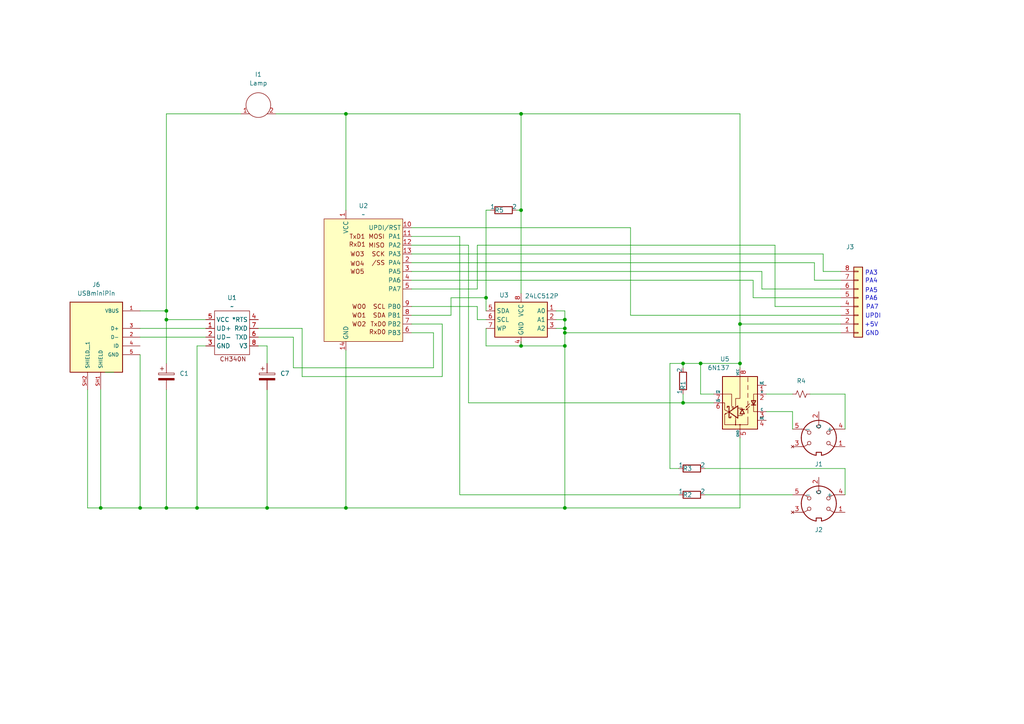
<source format=kicad_sch>
(kicad_sch
	(version 20231120)
	(generator "eeschema")
	(generator_version "8.0")
	(uuid "d65f0567-3846-4299-8cf3-f2bbefd90283")
	(paper "A4")
	(lib_symbols
		(symbol "0_Library:24LC512P"
			(exclude_from_sim no)
			(in_bom yes)
			(on_board yes)
			(property "Reference" "U"
				(at -6.35 6.35 0)
				(effects
					(font
						(size 1.27 1.27)
					)
				)
			)
			(property "Value" "24LC512P"
				(at 1.27 6.35 0)
				(effects
					(font
						(size 1.27 1.27)
					)
					(justify left)
				)
			)
			(property "Footprint" "0_Footprint:DIP-8_W_7.62mm"
				(at 0 0 0)
				(effects
					(font
						(size 1.27 1.27)
					)
					(hide yes)
				)
			)
			(property "Datasheet" "http://ww1.microchip.com/downloads/en/DeviceDoc/21703d.pdf"
				(at 0 0 0)
				(effects
					(font
						(size 1.27 1.27)
					)
					(hide yes)
				)
			)
			(property "Description" "I2C Serial EEPROM, 16Kb, DIP-8/SOIC-8/TSSOP-8/DFN-8"
				(at 0 0 0)
				(effects
					(font
						(size 1.27 1.27)
					)
					(hide yes)
				)
			)
			(property "ki_keywords" "I2C Serial EEPROM"
				(at 0 0 0)
				(effects
					(font
						(size 1.27 1.27)
					)
					(hide yes)
				)
			)
			(property "ki_fp_filters" "DIP*W7.62mm* SOIC*3.9x4.9mm* TSSOP*4.4x3mm*P0.65mm* DFN*3x2mm*P0.5mm*"
				(at 0 0 0)
				(effects
					(font
						(size 1.27 1.27)
					)
					(hide yes)
				)
			)
			(symbol "24LC512P_1_1"
				(rectangle
					(start -7.62 5.08)
					(end 7.62 -5.08)
					(stroke
						(width 0.254)
						(type solid)
					)
					(fill
						(type background)
					)
				)
				(pin input line
					(at -10.16 2.54 0)
					(length 2.54)
					(name "A0"
						(effects
							(font
								(size 1.27 1.27)
							)
						)
					)
					(number "1"
						(effects
							(font
								(size 1.27 1.27)
							)
						)
					)
				)
				(pin input line
					(at -10.16 0 0)
					(length 2.54)
					(name "A1"
						(effects
							(font
								(size 1.27 1.27)
							)
						)
					)
					(number "2"
						(effects
							(font
								(size 1.27 1.27)
							)
						)
					)
				)
				(pin input line
					(at -10.16 -2.54 0)
					(length 2.54)
					(name "A2"
						(effects
							(font
								(size 1.27 1.27)
							)
						)
					)
					(number "3"
						(effects
							(font
								(size 1.27 1.27)
							)
						)
					)
				)
				(pin power_in line
					(at 0 -7.62 90)
					(length 2.54)
					(name "GND"
						(effects
							(font
								(size 1.27 1.27)
							)
						)
					)
					(number "4"
						(effects
							(font
								(size 1.27 1.27)
							)
						)
					)
				)
				(pin bidirectional line
					(at 10.16 2.54 180)
					(length 2.54)
					(name "SDA"
						(effects
							(font
								(size 1.27 1.27)
							)
						)
					)
					(number "5"
						(effects
							(font
								(size 1.27 1.27)
							)
						)
					)
				)
				(pin input line
					(at 10.16 0 180)
					(length 2.54)
					(name "SCL"
						(effects
							(font
								(size 1.27 1.27)
							)
						)
					)
					(number "6"
						(effects
							(font
								(size 1.27 1.27)
							)
						)
					)
				)
				(pin input line
					(at 10.16 -2.54 180)
					(length 2.54)
					(name "WP"
						(effects
							(font
								(size 1.27 1.27)
							)
						)
					)
					(number "7"
						(effects
							(font
								(size 1.27 1.27)
							)
						)
					)
				)
				(pin power_in line
					(at 0 7.62 270)
					(length 2.54)
					(name "VCC"
						(effects
							(font
								(size 1.27 1.27)
							)
						)
					)
					(number "8"
						(effects
							(font
								(size 1.27 1.27)
							)
						)
					)
				)
			)
		)
		(symbol "0_Library:ATtiny3224Z"
			(exclude_from_sim no)
			(in_bom yes)
			(on_board yes)
			(property "Reference" "U"
				(at -5.08 12.7 0)
				(effects
					(font
						(size 1.27 1.27)
					)
				)
			)
			(property "Value" ""
				(at 0 0 0)
				(effects
					(font
						(size 1.27 1.27)
					)
				)
			)
			(property "Footprint" "Package_SO:SOIC-14_3.9x8.7mm_P1.27mm"
				(at 6.096 18.288 0)
				(effects
					(font
						(size 1.27 1.27)
					)
					(hide yes)
				)
			)
			(property "Datasheet" ""
				(at 0 0 0)
				(effects
					(font
						(size 1.27 1.27)
					)
					(hide yes)
				)
			)
			(property "Description" ""
				(at 0 0 0)
				(effects
					(font
						(size 1.27 1.27)
					)
					(hide yes)
				)
			)
			(symbol "ATtiny3224Z_1_1"
				(rectangle
					(start -17.78 10.16)
					(end 5.08 -25.4)
					(stroke
						(width 0)
						(type default)
					)
					(fill
						(type background)
					)
				)
				(text "/SS"
					(at -2.032 -2.54 0)
					(effects
						(font
							(size 1.27 1.27)
						)
					)
				)
				(text "MISO"
					(at -2.54 2.54 0)
					(effects
						(font
							(size 1.27 1.27)
						)
					)
				)
				(text "MOSI"
					(at -2.54 5.08 0)
					(effects
						(font
							(size 1.27 1.27)
						)
					)
				)
				(text "RxD0"
					(at -2.286 -22.606 0)
					(effects
						(font
							(size 1.27 1.27)
						)
					)
				)
				(text "RxD1"
					(at -8.128 2.794 0)
					(effects
						(font
							(size 1.27 1.27)
						)
					)
				)
				(text "SCK"
					(at -2.032 0 0)
					(effects
						(font
							(size 1.27 1.27)
						)
					)
				)
				(text "SCL"
					(at -1.778 -15.24 0)
					(effects
						(font
							(size 1.27 1.27)
						)
					)
				)
				(text "SDA"
					(at -1.778 -17.78 0)
					(effects
						(font
							(size 1.27 1.27)
						)
					)
				)
				(text "TxD0"
					(at -2.032 -20.32 0)
					(effects
						(font
							(size 1.27 1.27)
						)
					)
				)
				(text "TxD1"
					(at -8.128 5.08 0)
					(effects
						(font
							(size 1.27 1.27)
						)
					)
				)
				(text "WO0"
					(at -7.62 -15.24 0)
					(effects
						(font
							(size 1.27 1.27)
						)
					)
				)
				(text "WO1"
					(at -7.62 -17.78 0)
					(effects
						(font
							(size 1.27 1.27)
						)
					)
				)
				(text "WO2"
					(at -7.62 -20.32 0)
					(effects
						(font
							(size 1.27 1.27)
						)
					)
				)
				(text "WO3"
					(at -8.128 0 0)
					(effects
						(font
							(size 1.27 1.27)
						)
					)
				)
				(text "WO4"
					(at -8.128 -2.794 0)
					(effects
						(font
							(size 1.27 1.27)
						)
					)
				)
				(text "WO5"
					(at -8.128 -5.08 0)
					(effects
						(font
							(size 1.27 1.27)
						)
					)
				)
				(pin power_in line
					(at -11.43 12.7 270)
					(length 2.54)
					(name "VCC"
						(effects
							(font
								(size 1.27 1.27)
							)
						)
					)
					(number "1"
						(effects
							(font
								(size 1.27 1.27)
							)
						)
					)
				)
				(pin bidirectional line
					(at 7.62 7.62 180)
					(length 2.54)
					(name "UPDI/RST"
						(effects
							(font
								(size 1.27 1.27)
							)
						)
					)
					(number "10"
						(effects
							(font
								(size 1.27 1.27)
							)
						)
					)
				)
				(pin bidirectional line
					(at 7.62 5.08 180)
					(length 2.54)
					(name "PA1"
						(effects
							(font
								(size 1.27 1.27)
							)
						)
					)
					(number "11"
						(effects
							(font
								(size 1.27 1.27)
							)
						)
					)
				)
				(pin bidirectional line
					(at 7.62 2.54 180)
					(length 2.54)
					(name "PA2"
						(effects
							(font
								(size 1.27 1.27)
							)
						)
					)
					(number "12"
						(effects
							(font
								(size 1.27 1.27)
							)
						)
					)
				)
				(pin bidirectional line
					(at 7.62 0 180)
					(length 2.54)
					(name "PA3"
						(effects
							(font
								(size 1.27 1.27)
							)
						)
					)
					(number "13"
						(effects
							(font
								(size 1.27 1.27)
							)
						)
					)
				)
				(pin power_in line
					(at -11.43 -27.94 90)
					(length 2.54)
					(name "GND"
						(effects
							(font
								(size 1.27 1.27)
							)
						)
					)
					(number "14"
						(effects
							(font
								(size 1.27 1.27)
							)
						)
					)
				)
				(pin bidirectional line
					(at 7.62 -2.54 180)
					(length 2.54)
					(name "PA4"
						(effects
							(font
								(size 1.27 1.27)
							)
						)
					)
					(number "2"
						(effects
							(font
								(size 1.27 1.27)
							)
						)
					)
				)
				(pin bidirectional line
					(at 7.62 -5.08 180)
					(length 2.54)
					(name "PA5"
						(effects
							(font
								(size 1.27 1.27)
							)
						)
					)
					(number "3"
						(effects
							(font
								(size 1.27 1.27)
							)
						)
					)
				)
				(pin bidirectional line
					(at 7.62 -7.62 180)
					(length 2.54)
					(name "PA6"
						(effects
							(font
								(size 1.27 1.27)
							)
						)
					)
					(number "4"
						(effects
							(font
								(size 1.27 1.27)
							)
						)
					)
				)
				(pin bidirectional line
					(at 7.62 -10.16 180)
					(length 2.54)
					(name "PA7"
						(effects
							(font
								(size 1.27 1.27)
							)
						)
					)
					(number "5"
						(effects
							(font
								(size 1.27 1.27)
							)
						)
					)
				)
				(pin bidirectional line
					(at 7.62 -22.86 180)
					(length 2.54)
					(name "PB3"
						(effects
							(font
								(size 1.27 1.27)
							)
						)
					)
					(number "6"
						(effects
							(font
								(size 1.27 1.27)
							)
						)
					)
				)
				(pin bidirectional line
					(at 7.62 -20.32 180)
					(length 2.54)
					(name "PB2"
						(effects
							(font
								(size 1.27 1.27)
							)
						)
					)
					(number "7"
						(effects
							(font
								(size 1.27 1.27)
							)
						)
					)
				)
				(pin bidirectional line
					(at 7.62 -17.78 180)
					(length 2.54)
					(name "PB1"
						(effects
							(font
								(size 1.27 1.27)
							)
						)
					)
					(number "8"
						(effects
							(font
								(size 1.27 1.27)
							)
						)
					)
				)
				(pin bidirectional line
					(at 7.62 -15.24 180)
					(length 2.54)
					(name "PB0"
						(effects
							(font
								(size 1.27 1.27)
							)
						)
					)
					(number "9"
						(effects
							(font
								(size 1.27 1.27)
							)
						)
					)
				)
			)
		)
		(symbol "0_Library:CH340N"
			(exclude_from_sim no)
			(in_bom yes)
			(on_board yes)
			(property "Reference" "U"
				(at -2.54 6.35 0)
				(effects
					(font
						(size 1.27 1.27)
					)
				)
			)
			(property "Value" ""
				(at 0 0 0)
				(effects
					(font
						(size 1.27 1.27)
					)
				)
			)
			(property "Footprint" "Package_SO:SOIC-8_3.9x4.9mm_P1.27mm"
				(at 0.254 12.192 0)
				(effects
					(font
						(size 1.27 1.27)
					)
					(hide yes)
				)
			)
			(property "Datasheet" ""
				(at 0 0 0)
				(effects
					(font
						(size 1.27 1.27)
					)
					(hide yes)
				)
			)
			(property "Description" ""
				(at 0 0 0)
				(effects
					(font
						(size 1.27 1.27)
					)
					(hide yes)
				)
			)
			(symbol "CH340N_0_1"
				(rectangle
					(start -5.08 5.08)
					(end 5.08 -7.62)
					(stroke
						(width 0)
						(type default)
					)
					(fill
						(type none)
					)
				)
			)
			(symbol "CH340N_1_1"
				(text "CH340N"
					(at 0.254 -8.89 0)
					(effects
						(font
							(size 1.27 1.27)
						)
					)
				)
				(pin input line
					(at -7.62 0 0)
					(length 2.54)
					(name "UD+"
						(effects
							(font
								(size 1.27 1.27)
							)
						)
					)
					(number "1"
						(effects
							(font
								(size 1.27 1.27)
							)
						)
					)
				)
				(pin input line
					(at -7.62 -2.54 0)
					(length 2.54)
					(name "UD-"
						(effects
							(font
								(size 1.27 1.27)
							)
						)
					)
					(number "2"
						(effects
							(font
								(size 1.27 1.27)
							)
						)
					)
				)
				(pin power_in line
					(at -7.62 -5.08 0)
					(length 2.54)
					(name "GND"
						(effects
							(font
								(size 1.27 1.27)
							)
						)
					)
					(number "3"
						(effects
							(font
								(size 1.27 1.27)
							)
						)
					)
				)
				(pin output line
					(at 7.62 2.54 180)
					(length 2.54)
					(name "*RTS"
						(effects
							(font
								(size 1.27 1.27)
							)
						)
					)
					(number "4"
						(effects
							(font
								(size 1.27 1.27)
							)
						)
					)
				)
				(pin power_in line
					(at -7.62 2.54 0)
					(length 2.54)
					(name "VCC"
						(effects
							(font
								(size 1.27 1.27)
							)
						)
					)
					(number "5"
						(effects
							(font
								(size 1.27 1.27)
							)
						)
					)
				)
				(pin output line
					(at 7.62 -2.54 180)
					(length 2.54)
					(name "TXD"
						(effects
							(font
								(size 1.27 1.27)
							)
						)
					)
					(number "6"
						(effects
							(font
								(size 1.27 1.27)
							)
						)
					)
				)
				(pin input line
					(at 7.62 0 180)
					(length 2.54)
					(name "RXD"
						(effects
							(font
								(size 1.27 1.27)
							)
						)
					)
					(number "7"
						(effects
							(font
								(size 1.27 1.27)
							)
						)
					)
				)
				(pin power_out line
					(at 7.62 -5.08 180)
					(length 2.54)
					(name "V3"
						(effects
							(font
								(size 1.27 1.27)
							)
						)
					)
					(number "8"
						(effects
							(font
								(size 1.27 1.27)
							)
						)
					)
				)
			)
		)
		(symbol "0_Library:CP_Small"
			(pin_numbers hide)
			(pin_names
				(offset 0.0508)
			)
			(exclude_from_sim no)
			(in_bom yes)
			(on_board yes)
			(property "Reference" "C"
				(at 0.635 6.35 0)
				(effects
					(font
						(size 1.27 1.27)
					)
					(justify left)
				)
			)
			(property "Value" "CP_Small"
				(at 0.635 1.27 0)
				(effects
					(font
						(size 1.27 1.27)
					)
					(justify left)
					(hide yes)
				)
			)
			(property "Footprint" "Capacitor_THT:CP_Radial_D4.0mm_P2.00mm"
				(at 0.9652 0 0)
				(effects
					(font
						(size 1.27 1.27)
					)
					(hide yes)
				)
			)
			(property "Datasheet" "~"
				(at 0 3.81 0)
				(effects
					(font
						(size 1.27 1.27)
					)
					(hide yes)
				)
			)
			(property "Description" "Polarized capacitor"
				(at 0 0 0)
				(effects
					(font
						(size 1.27 1.27)
					)
					(hide yes)
				)
			)
			(property "ki_keywords" "cap capacitor"
				(at 0 0 0)
				(effects
					(font
						(size 1.27 1.27)
					)
					(hide yes)
				)
			)
			(property "ki_fp_filters" "CP_*"
				(at 0 0 0)
				(effects
					(font
						(size 1.27 1.27)
					)
					(hide yes)
				)
			)
			(symbol "CP_Small_0_1"
				(rectangle
					(start -2.286 4.318)
					(end 2.286 4.826)
					(stroke
						(width 0)
						(type solid)
					)
					(fill
						(type none)
					)
				)
				(polyline
					(pts
						(xy -1.778 6.096) (xy -0.762 6.096)
					)
					(stroke
						(width 0)
						(type solid)
					)
					(fill
						(type none)
					)
				)
				(polyline
					(pts
						(xy -1.27 6.604) (xy -1.27 5.588)
					)
					(stroke
						(width 0)
						(type solid)
					)
					(fill
						(type none)
					)
				)
				(rectangle
					(start 2.286 3.302)
					(end -2.286 2.794)
					(stroke
						(width 0)
						(type solid)
					)
					(fill
						(type outline)
					)
				)
			)
			(symbol "CP_Small_1_1"
				(pin passive line
					(at 0 7.62 270)
					(length 2.794)
					(name "~"
						(effects
							(font
								(size 1.27 1.27)
							)
						)
					)
					(number "1"
						(effects
							(font
								(size 1.27 1.27)
							)
						)
					)
				)
				(pin passive line
					(at 0 0 90)
					(length 2.794)
					(name "~"
						(effects
							(font
								(size 1.27 1.27)
							)
						)
					)
					(number "2"
						(effects
							(font
								(size 1.27 1.27)
							)
						)
					)
				)
			)
		)
		(symbol "0_Library:Conn_01x08_H"
			(pin_names
				(offset 1.016) hide)
			(exclude_from_sim no)
			(in_bom yes)
			(on_board yes)
			(property "Reference" "J"
				(at 0 10.16 0)
				(effects
					(font
						(size 1.27 1.27)
					)
				)
			)
			(property "Value" "Conn_01x08_H"
				(at 0 -12.7 0)
				(effects
					(font
						(size 1.27 1.27)
					)
				)
			)
			(property "Footprint" "Connector_PinHeader_2.54mm:PinHeader_1x08_P2.54mm_Horizontal"
				(at 0 0 0)
				(effects
					(font
						(size 1.27 1.27)
					)
					(hide yes)
				)
			)
			(property "Datasheet" "~"
				(at 0 0 0)
				(effects
					(font
						(size 1.27 1.27)
					)
					(hide yes)
				)
			)
			(property "Description" "Generic connector, single row, 01x08, script generated (kicad-library-utils/schlib/autogen/connector/)"
				(at 0 0 0)
				(effects
					(font
						(size 1.27 1.27)
					)
					(hide yes)
				)
			)
			(property "ki_keywords" "connector"
				(at 0 0 0)
				(effects
					(font
						(size 1.27 1.27)
					)
					(hide yes)
				)
			)
			(property "ki_fp_filters" "Connector*:*_1x??_*"
				(at 0 0 0)
				(effects
					(font
						(size 1.27 1.27)
					)
					(hide yes)
				)
			)
			(symbol "Conn_01x08_H_1_1"
				(rectangle
					(start -1.27 -10.033)
					(end 0 -10.287)
					(stroke
						(width 0.1524)
						(type solid)
					)
					(fill
						(type none)
					)
				)
				(rectangle
					(start -1.27 -7.493)
					(end 0 -7.747)
					(stroke
						(width 0.1524)
						(type solid)
					)
					(fill
						(type none)
					)
				)
				(rectangle
					(start -1.27 -4.953)
					(end 0 -5.207)
					(stroke
						(width 0.1524)
						(type solid)
					)
					(fill
						(type none)
					)
				)
				(rectangle
					(start -1.27 -2.413)
					(end 0 -2.667)
					(stroke
						(width 0.1524)
						(type solid)
					)
					(fill
						(type none)
					)
				)
				(rectangle
					(start -1.27 0.127)
					(end 0 -0.127)
					(stroke
						(width 0.1524)
						(type solid)
					)
					(fill
						(type none)
					)
				)
				(rectangle
					(start -1.27 2.667)
					(end 0 2.413)
					(stroke
						(width 0.1524)
						(type solid)
					)
					(fill
						(type none)
					)
				)
				(rectangle
					(start -1.27 5.207)
					(end 0 4.953)
					(stroke
						(width 0.1524)
						(type solid)
					)
					(fill
						(type none)
					)
				)
				(rectangle
					(start -1.27 7.747)
					(end 0 7.493)
					(stroke
						(width 0.1524)
						(type solid)
					)
					(fill
						(type none)
					)
				)
				(rectangle
					(start -1.27 8.89)
					(end 1.27 -11.43)
					(stroke
						(width 0.254)
						(type solid)
					)
					(fill
						(type background)
					)
				)
				(pin passive line
					(at -5.08 7.62 0)
					(length 3.81)
					(name "Pin_1"
						(effects
							(font
								(size 1.27 1.27)
							)
						)
					)
					(number "1"
						(effects
							(font
								(size 1.27 1.27)
							)
						)
					)
				)
				(pin passive line
					(at -5.08 5.08 0)
					(length 3.81)
					(name "Pin_2"
						(effects
							(font
								(size 1.27 1.27)
							)
						)
					)
					(number "2"
						(effects
							(font
								(size 1.27 1.27)
							)
						)
					)
				)
				(pin passive line
					(at -5.08 2.54 0)
					(length 3.81)
					(name "Pin_3"
						(effects
							(font
								(size 1.27 1.27)
							)
						)
					)
					(number "3"
						(effects
							(font
								(size 1.27 1.27)
							)
						)
					)
				)
				(pin passive line
					(at -5.08 0 0)
					(length 3.81)
					(name "Pin_4"
						(effects
							(font
								(size 1.27 1.27)
							)
						)
					)
					(number "4"
						(effects
							(font
								(size 1.27 1.27)
							)
						)
					)
				)
				(pin passive line
					(at -5.08 -2.54 0)
					(length 3.81)
					(name "Pin_5"
						(effects
							(font
								(size 1.27 1.27)
							)
						)
					)
					(number "5"
						(effects
							(font
								(size 1.27 1.27)
							)
						)
					)
				)
				(pin passive line
					(at -5.08 -5.08 0)
					(length 3.81)
					(name "Pin_6"
						(effects
							(font
								(size 1.27 1.27)
							)
						)
					)
					(number "6"
						(effects
							(font
								(size 1.27 1.27)
							)
						)
					)
				)
				(pin passive line
					(at -5.08 -7.62 0)
					(length 3.81)
					(name "Pin_7"
						(effects
							(font
								(size 1.27 1.27)
							)
						)
					)
					(number "7"
						(effects
							(font
								(size 1.27 1.27)
							)
						)
					)
				)
				(pin passive line
					(at -5.08 -10.16 0)
					(length 3.81)
					(name "Pin_8"
						(effects
							(font
								(size 1.27 1.27)
							)
						)
					)
					(number "8"
						(effects
							(font
								(size 1.27 1.27)
							)
						)
					)
				)
			)
		)
		(symbol "0_Library:Lamp"
			(pin_names
				(offset 1.016)
			)
			(exclude_from_sim no)
			(in_bom yes)
			(on_board yes)
			(property "Reference" "I"
				(at 0 6.35 0)
				(effects
					(font
						(size 1.27 1.27)
					)
				)
			)
			(property "Value" "Lamp"
				(at 0 3.81 0)
				(effects
					(font
						(size 1.27 1.27)
					)
				)
			)
			(property "Footprint" "0_Footprint:Lamp1"
				(at 0 0 0)
				(effects
					(font
						(size 1.27 1.27)
					)
					(hide yes)
				)
			)
			(property "Datasheet" ""
				(at 0 0 0)
				(effects
					(font
						(size 1.27 1.27)
					)
					(hide yes)
				)
			)
			(property "Description" ""
				(at 0 0 0)
				(effects
					(font
						(size 1.27 1.27)
					)
					(hide yes)
				)
			)
			(symbol "Lamp_0_1"
				(circle
					(center 0 5.08)
					(radius 3.5814)
					(stroke
						(width 0)
						(type solid)
					)
					(fill
						(type none)
					)
				)
			)
			(symbol "Lamp_1_1"
				(pin input line
					(at -5.08 2.54 0)
					(length 2.54)
					(name "~"
						(effects
							(font
								(size 1.27 1.27)
							)
						)
					)
					(number "1"
						(effects
							(font
								(size 1.27 1.27)
							)
						)
					)
				)
				(pin input line
					(at 5.08 2.54 180)
					(length 2.54)
					(name "~"
						(effects
							(font
								(size 1.27 1.27)
							)
						)
					)
					(number "2"
						(effects
							(font
								(size 1.27 1.27)
							)
						)
					)
				)
			)
		)
		(symbol "0_Library:Resistor"
			(pin_numbers hide)
			(pin_names
				(offset 0)
			)
			(exclude_from_sim no)
			(in_bom yes)
			(on_board yes)
			(property "Reference" "R"
				(at 2.54 0 0)
				(do_not_autoplace)
				(effects
					(font
						(size 1.27 1.27)
					)
				)
			)
			(property "Value" "Resistor"
				(at 7.62 0.635 0)
				(effects
					(font
						(size 0.2032 0.2032)
					)
					(hide yes)
				)
			)
			(property "Footprint" "0_Footprint:QWSlim"
				(at 5.08 -2.54 0)
				(effects
					(font
						(size 1.27 1.27)
					)
					(hide yes)
				)
			)
			(property "Datasheet" "~"
				(at 3.81 2.54 90)
				(effects
					(font
						(size 1.27 1.27)
					)
					(hide yes)
				)
			)
			(property "Description" "Resistor"
				(at 0 0 0)
				(effects
					(font
						(size 1.27 1.27)
					)
					(hide yes)
				)
			)
			(property "ki_keywords" "R res resistor"
				(at 0 0 0)
				(effects
					(font
						(size 1.27 1.27)
					)
					(hide yes)
				)
			)
			(property "ki_fp_filters" "R_*"
				(at 0 0 0)
				(effects
					(font
						(size 1.27 1.27)
					)
					(hide yes)
				)
			)
			(symbol "Resistor_1_1"
				(rectangle
					(start 1.27 1.016)
					(end 6.35 -1.016)
					(stroke
						(width 0.254)
						(type solid)
					)
					(fill
						(type none)
					)
				)
				(pin passive line
					(at 0 0 0)
					(length 1.27)
					(name "1"
						(effects
							(font
								(size 1.27 1.27)
							)
						)
					)
					(number "1"
						(effects
							(font
								(size 1.27 1.27)
							)
						)
					)
				)
				(pin passive line
					(at 7.62 0 180)
					(length 1.27)
					(name "2"
						(effects
							(font
								(size 1.27 1.27)
							)
						)
					)
					(number "2"
						(effects
							(font
								(size 1.27 1.27)
							)
						)
					)
				)
			)
		)
		(symbol "0_Library:USBminiPin"
			(pin_names
				(offset 1.016)
			)
			(exclude_from_sim no)
			(in_bom yes)
			(on_board yes)
			(property "Reference" "J"
				(at 10.16 10.922 0)
				(effects
					(font
						(size 1.27 1.27)
					)
					(justify left bottom)
				)
			)
			(property "Value" "USBminiPin"
				(at 10.16 -15.24 0)
				(effects
					(font
						(size 1.27 1.27)
					)
					(justify left bottom)
				)
			)
			(property "Footprint" "0_Footprint:USBminiPin"
				(at 13.716 17.526 0)
				(effects
					(font
						(size 1.27 1.27)
					)
					(justify bottom)
					(hide yes)
				)
			)
			(property "Datasheet" ""
				(at 2.54 0 0)
				(effects
					(font
						(size 1.27 1.27)
					)
					(hide yes)
				)
			)
			(property "Description" ""
				(at 2.54 0 0)
				(effects
					(font
						(size 1.27 1.27)
					)
					(hide yes)
				)
			)
			(property "PARTREV" "A1"
				(at -2.54 18.796 0)
				(effects
					(font
						(size 1.27 1.27)
					)
					(justify bottom)
					(hide yes)
				)
			)
			(property "STANDARD" "Manufacturer Recommendations"
				(at 13.97 16.002 0)
				(effects
					(font
						(size 1.27 1.27)
					)
					(justify bottom)
					(hide yes)
				)
			)
			(property "SNAPEDA_PN" "54-00019"
				(at -2.54 18.796 0)
				(effects
					(font
						(size 1.27 1.27)
					)
					(justify bottom)
					(hide yes)
				)
			)
			(property "MAXIMUM_PACKAGE_HEIGHT" "4mm"
				(at -2.54 18.796 0)
				(effects
					(font
						(size 1.27 1.27)
					)
					(justify bottom)
					(hide yes)
				)
			)
			(property "MANUFACTURER" "TENSILITY"
				(at -2.54 18.796 0)
				(effects
					(font
						(size 1.27 1.27)
					)
					(justify bottom)
					(hide yes)
				)
			)
			(symbol "USBminiPin_0_0"
				(rectangle
					(start -5.08 10.16)
					(end 10.16 -10.16)
					(stroke
						(width 0.254)
						(type default)
					)
					(fill
						(type background)
					)
				)
				(pin power_in line
					(at 15.24 7.62 180)
					(length 5.08)
					(name "VBUS"
						(effects
							(font
								(size 1.016 1.016)
							)
						)
					)
					(number "1"
						(effects
							(font
								(size 1.016 1.016)
							)
						)
					)
				)
				(pin bidirectional line
					(at 15.24 0 180)
					(length 5.08)
					(name "D-"
						(effects
							(font
								(size 1.016 1.016)
							)
						)
					)
					(number "2"
						(effects
							(font
								(size 1.016 1.016)
							)
						)
					)
				)
				(pin bidirectional line
					(at 15.24 2.54 180)
					(length 5.08)
					(name "D+"
						(effects
							(font
								(size 1.016 1.016)
							)
						)
					)
					(number "3"
						(effects
							(font
								(size 1.016 1.016)
							)
						)
					)
				)
				(pin bidirectional line
					(at 15.24 -2.54 180)
					(length 5.08)
					(name "ID"
						(effects
							(font
								(size 1.016 1.016)
							)
						)
					)
					(number "4"
						(effects
							(font
								(size 1.016 1.016)
							)
						)
					)
				)
				(pin power_in line
					(at 15.24 -5.08 180)
					(length 5.08)
					(name "GND"
						(effects
							(font
								(size 1.016 1.016)
							)
						)
					)
					(number "5"
						(effects
							(font
								(size 1.016 1.016)
							)
						)
					)
				)
			)
			(symbol "USBminiPin_1_0"
				(pin passive line
					(at 3.81 -15.24 90)
					(length 5.08)
					(name "SHIELD"
						(effects
							(font
								(size 1.016 1.016)
							)
						)
					)
					(number "SH1"
						(effects
							(font
								(size 1.016 1.016)
							)
						)
					)
				)
				(pin passive line
					(at 0 -15.24 90)
					(length 5.08)
					(name "SHIELD__1"
						(effects
							(font
								(size 1.016 1.016)
							)
						)
					)
					(number "SH2"
						(effects
							(font
								(size 1.016 1.016)
							)
						)
					)
				)
			)
		)
		(symbol "Isolator:6N137"
			(pin_names
				(offset 0)
			)
			(exclude_from_sim no)
			(in_bom yes)
			(on_board yes)
			(property "Reference" "U"
				(at -4.064 8.89 0)
				(effects
					(font
						(size 1.27 1.27)
					)
				)
			)
			(property "Value" "6N137"
				(at 0 -8.89 0)
				(effects
					(font
						(size 1.27 1.27)
					)
				)
			)
			(property "Footprint" "Package_DIP:DIP-8_W7.62mm"
				(at 0 -12.7 0)
				(effects
					(font
						(size 1.27 1.27)
					)
					(hide yes)
				)
			)
			(property "Datasheet" "https://docs.broadcom.com/docs/AV02-0940EN"
				(at -21.59 13.97 0)
				(effects
					(font
						(size 1.27 1.27)
					)
					(hide yes)
				)
			)
			(property "Description" "Single High Speed LSTTL/TTL Compatible Optocoupler with enable, dV/dt 1000/us, VCM 10, max 7V VCC, DIP-8"
				(at 0 0 0)
				(effects
					(font
						(size 1.27 1.27)
					)
					(hide yes)
				)
			)
			(property "ki_keywords" "High speed optically coupled gates enable"
				(at 0 0 0)
				(effects
					(font
						(size 1.27 1.27)
					)
					(hide yes)
				)
			)
			(property "ki_fp_filters" "DIP*W7.62mm*"
				(at 0 0 0)
				(effects
					(font
						(size 1.27 1.27)
					)
					(hide yes)
				)
			)
			(symbol "6N137_0_1"
				(polyline
					(pts
						(xy 0 -6.35) (xy -2.286 -6.35) (xy -2.286 -4.064)
					)
					(stroke
						(width 0)
						(type default)
					)
					(fill
						(type none)
					)
				)
				(polyline
					(pts
						(xy -5.08 -2.54) (xy -3.937 -2.54) (xy -3.937 2.54) (xy -5.08 2.54)
					)
					(stroke
						(width 0)
						(type default)
					)
					(fill
						(type none)
					)
				)
				(polyline
					(pts
						(xy 1.27 -5.08) (xy 1.27 -6.35) (xy 0 -6.35) (xy 0 -7.62)
					)
					(stroke
						(width 0)
						(type default)
					)
					(fill
						(type none)
					)
				)
				(polyline
					(pts
						(xy 3.175 -2.667) (xy 0.635 -4.445) (xy 0.635 -0.889) (xy 3.175 -2.667)
					)
					(stroke
						(width 0.254)
						(type default)
					)
					(fill
						(type none)
					)
				)
				(polyline
					(pts
						(xy -2.794 -1.016) (xy -1.717 -2.093) (xy -2.076 -1.914) (xy -1.896 -1.734) (xy -1.717 -2.093)
					)
					(stroke
						(width 0)
						(type default)
					)
					(fill
						(type none)
					)
				)
				(polyline
					(pts
						(xy -2.794 -0.254) (xy -1.717 -1.331) (xy -2.076 -1.152) (xy -1.896 -0.972) (xy -1.717 -1.331)
					)
					(stroke
						(width 0)
						(type default)
					)
					(fill
						(type none)
					)
				)
			)
			(symbol "6N137_1_1"
				(rectangle
					(start -5.08 7.62)
					(end 5.08 -7.62)
					(stroke
						(width 0.254)
						(type default)
					)
					(fill
						(type background)
					)
				)
				(circle
					(center 0 -6.35)
					(radius 0.127)
					(stroke
						(width 0)
						(type default)
					)
					(fill
						(type outline)
					)
				)
				(polyline
					(pts
						(xy -4.572 -0.635) (xy -3.302 -0.635)
					)
					(stroke
						(width 0.254)
						(type default)
					)
					(fill
						(type none)
					)
				)
				(polyline
					(pts
						(xy -2.286 -1.778) (xy -2.286 -3.048)
					)
					(stroke
						(width 0)
						(type default)
					)
					(fill
						(type none)
					)
				)
				(polyline
					(pts
						(xy -2.286 0.508) (xy -2.286 -0.762)
					)
					(stroke
						(width 0)
						(type default)
					)
					(fill
						(type none)
					)
				)
				(polyline
					(pts
						(xy -2.286 2.794) (xy -2.286 1.524)
					)
					(stroke
						(width 0)
						(type default)
					)
					(fill
						(type none)
					)
				)
				(polyline
					(pts
						(xy -2.286 5.08) (xy -2.286 3.81)
					)
					(stroke
						(width 0)
						(type default)
					)
					(fill
						(type none)
					)
				)
				(polyline
					(pts
						(xy -2.286 7.366) (xy -2.286 6.096)
					)
					(stroke
						(width 0)
						(type default)
					)
					(fill
						(type none)
					)
				)
				(polyline
					(pts
						(xy -1.27 -1.905) (xy 0 -1.905)
					)
					(stroke
						(width 0.254)
						(type default)
					)
					(fill
						(type none)
					)
				)
				(polyline
					(pts
						(xy -0.635 -3.302) (xy -0.635 -3.683) (xy 0.635 -3.683)
					)
					(stroke
						(width 0)
						(type default)
					)
					(fill
						(type none)
					)
				)
				(polyline
					(pts
						(xy -0.635 -1.905) (xy -0.635 -1.524) (xy 0.508 -1.524)
					)
					(stroke
						(width 0)
						(type default)
					)
					(fill
						(type none)
					)
				)
				(polyline
					(pts
						(xy 1.27 -4.064) (xy 1.27 -6.35) (xy 4.445 -6.35)
					)
					(stroke
						(width 0)
						(type default)
					)
					(fill
						(type none)
					)
				)
				(polyline
					(pts
						(xy 3.175 -2.667) (xy 4.445 -3.302) (xy 4.445 -6.35)
					)
					(stroke
						(width 0)
						(type default)
					)
					(fill
						(type none)
					)
				)
				(polyline
					(pts
						(xy -3.937 -0.635) (xy -4.572 0.635) (xy -3.302 0.635) (xy -3.937 -0.635)
					)
					(stroke
						(width 0.254)
						(type default)
					)
					(fill
						(type none)
					)
				)
				(polyline
					(pts
						(xy -0.635 -1.905) (xy -1.27 -3.175) (xy 0 -3.175) (xy -0.635 -1.905)
					)
					(stroke
						(width 0.254)
						(type default)
					)
					(fill
						(type none)
					)
				)
				(polyline
					(pts
						(xy 1.27 -1.27) (xy 1.27 1.27) (xy 0 1.27) (xy 0 7.62)
					)
					(stroke
						(width 0)
						(type default)
					)
					(fill
						(type none)
					)
				)
				(polyline
					(pts
						(xy 2.1844 -1.1684) (xy 2.413 -0.889) (xy 2.413 2.54) (xy 5.08 2.54)
					)
					(stroke
						(width 0)
						(type default)
					)
					(fill
						(type none)
					)
				)
				(polyline
					(pts
						(xy 3.175 -2.667) (xy 3.175 -4.318) (xy 2.667 -4.318) (xy 2.667 -3.937)
					)
					(stroke
						(width 0.254)
						(type default)
					)
					(fill
						(type none)
					)
				)
				(polyline
					(pts
						(xy 3.175 -2.667) (xy 3.175 -1.016) (xy 3.683 -1.016) (xy 3.683 -1.397)
					)
					(stroke
						(width 0.254)
						(type default)
					)
					(fill
						(type none)
					)
				)
				(polyline
					(pts
						(xy 3.175 -2.667) (xy 4.445 -2.032) (xy 4.445 0) (xy 5.08 0)
					)
					(stroke
						(width 0)
						(type default)
					)
					(fill
						(type none)
					)
				)
				(polyline
					(pts
						(xy 4.445 -3.302) (xy 4.161 -3.018) (xy 4.047 -3.246) (xy 4.445 -3.302)
					)
					(stroke
						(width 0.127)
						(type default)
					)
					(fill
						(type outline)
					)
				)
				(circle
					(center 1.27 -6.35)
					(radius 0.127)
					(stroke
						(width 0)
						(type default)
					)
					(fill
						(type outline)
					)
				)
				(circle
					(center 2.032 -1.397)
					(radius 0.254)
					(stroke
						(width 0)
						(type default)
					)
					(fill
						(type none)
					)
				)
				(pin passive line
					(at -7.62 5.08 0)
					(length 2.54)
					(name "NC"
						(effects
							(font
								(size 0.635 0.635)
							)
						)
					)
					(number "1"
						(effects
							(font
								(size 1.27 1.27)
							)
						)
					)
				)
				(pin passive line
					(at -7.62 2.54 0)
					(length 2.54)
					(name "A"
						(effects
							(font
								(size 0.635 0.635)
							)
						)
					)
					(number "2"
						(effects
							(font
								(size 1.27 1.27)
							)
						)
					)
				)
				(pin passive line
					(at -7.62 -2.54 0)
					(length 2.54)
					(name "C"
						(effects
							(font
								(size 0.635 0.635)
							)
						)
					)
					(number "3"
						(effects
							(font
								(size 1.27 1.27)
							)
						)
					)
				)
				(pin passive line
					(at -7.62 -5.08 0)
					(length 2.54)
					(name "NC"
						(effects
							(font
								(size 0.635 0.635)
							)
						)
					)
					(number "4"
						(effects
							(font
								(size 1.27 1.27)
							)
						)
					)
				)
				(pin power_in line
					(at 0 -10.16 90)
					(length 2.54)
					(name "GND"
						(effects
							(font
								(size 0.635 0.635)
							)
						)
					)
					(number "5"
						(effects
							(font
								(size 1.27 1.27)
							)
						)
					)
				)
				(pin open_collector line
					(at 7.62 0 180)
					(length 2.54)
					(name "VO"
						(effects
							(font
								(size 0.635 0.635)
							)
						)
					)
					(number "6"
						(effects
							(font
								(size 1.27 1.27)
							)
						)
					)
				)
				(pin input line
					(at 7.62 2.54 180)
					(length 2.54)
					(name "EN"
						(effects
							(font
								(size 0.635 0.635)
							)
						)
					)
					(number "7"
						(effects
							(font
								(size 1.27 1.27)
							)
						)
					)
				)
				(pin power_in line
					(at 0 10.16 270)
					(length 2.54)
					(name "VCC"
						(effects
							(font
								(size 0.635 0.635)
							)
						)
					)
					(number "8"
						(effects
							(font
								(size 1.27 1.27)
							)
						)
					)
				)
			)
		)
		(symbol "MidiDrum2-rescue:Midi-5-0_Library1"
			(pin_names
				(offset 1.016)
			)
			(exclude_from_sim no)
			(in_bom yes)
			(on_board yes)
			(property "Reference" "J"
				(at 3.175 5.715 0)
				(effects
					(font
						(size 1.27 1.27)
					)
				)
			)
			(property "Value" "0_Library1_Midi-5"
				(at 0 -6.35 0)
				(effects
					(font
						(size 1.27 1.27)
					)
				)
			)
			(property "Footprint" "0_Footprint:Din5PCB"
				(at 0 -10.16 0)
				(effects
					(font
						(size 1.27 1.27)
					)
					(hide yes)
				)
			)
			(property "Datasheet" ""
				(at 0 0 90)
				(effects
					(font
						(size 1.27 1.27)
					)
					(hide yes)
				)
			)
			(property "Description" ""
				(at 0 0 0)
				(effects
					(font
						(size 1.27 1.27)
					)
					(hide yes)
				)
			)
			(property "ki_fp_filters" "DIN*"
				(at 0 0 0)
				(effects
					(font
						(size 1.27 1.27)
					)
					(hide yes)
				)
			)
			(symbol "Midi-5-0_Library1_0_1"
				(arc
					(start -5.08 0)
					(mid -3.8609 -3.3364)
					(end -0.762 -5.08)
					(stroke
						(width 0.254)
						(type solid)
					)
					(fill
						(type none)
					)
				)
				(circle
					(center -2.794 -1.524)
					(radius 0.508)
					(stroke
						(width 0)
						(type solid)
					)
					(fill
						(type none)
					)
				)
				(circle
					(center -2.794 1.524)
					(radius 0.508)
					(stroke
						(width 0)
						(type solid)
					)
					(fill
						(type none)
					)
				)
				(polyline
					(pts
						(xy 0 5.08) (xy 0 3.81)
					)
					(stroke
						(width 0)
						(type solid)
					)
					(fill
						(type none)
					)
				)
				(polyline
					(pts
						(xy -5.08 -2.54) (xy -4.318 -2.54) (xy -3.175 -1.905)
					)
					(stroke
						(width 0)
						(type solid)
					)
					(fill
						(type none)
					)
				)
				(polyline
					(pts
						(xy -5.08 2.54) (xy -4.318 2.54) (xy -3.175 1.905)
					)
					(stroke
						(width 0)
						(type solid)
					)
					(fill
						(type none)
					)
				)
				(polyline
					(pts
						(xy 5.08 -2.54) (xy 4.318 -2.54) (xy 3.175 -1.905)
					)
					(stroke
						(width 0)
						(type solid)
					)
					(fill
						(type none)
					)
				)
				(polyline
					(pts
						(xy 5.08 2.54) (xy 4.318 2.54) (xy 3.175 1.905)
					)
					(stroke
						(width 0)
						(type solid)
					)
					(fill
						(type none)
					)
				)
				(polyline
					(pts
						(xy -0.762 -4.953) (xy -0.762 -4.191) (xy 0.762 -4.191) (xy 0.762 -4.953)
					)
					(stroke
						(width 0.254)
						(type solid)
					)
					(fill
						(type none)
					)
				)
				(circle
					(center 0 3.302)
					(radius 0.508)
					(stroke
						(width 0)
						(type solid)
					)
					(fill
						(type none)
					)
				)
				(arc
					(start 0.762 -5.08)
					(mid 3.8685 -3.343)
					(end 5.08 0)
					(stroke
						(width 0.254)
						(type solid)
					)
					(fill
						(type none)
					)
				)
				(circle
					(center 2.794 -1.524)
					(radius 0.508)
					(stroke
						(width 0)
						(type solid)
					)
					(fill
						(type none)
					)
				)
				(circle
					(center 2.794 1.524)
					(radius 0.508)
					(stroke
						(width 0)
						(type solid)
					)
					(fill
						(type none)
					)
				)
				(arc
					(start 5.08 0)
					(mid 0 5.08)
					(end -5.08 0)
					(stroke
						(width 0.254)
						(type solid)
					)
					(fill
						(type none)
					)
				)
			)
			(symbol "Midi-5-0_Library1_1_1"
				(pin passive line
					(at 7.62 -2.54 180)
					(length 2.54)
					(name "~"
						(effects
							(font
								(size 1.27 1.27)
							)
						)
					)
					(number "1"
						(effects
							(font
								(size 1.27 1.27)
							)
						)
					)
				)
				(pin power_in line
					(at 0 7.62 270)
					(length 2.54)
					(name "G"
						(effects
							(font
								(size 1.27 1.27)
							)
						)
					)
					(number "2"
						(effects
							(font
								(size 1.27 1.27)
							)
						)
					)
				)
				(pin no_connect line
					(at -7.62 -2.54 0)
					(length 2.54)
					(name "~"
						(effects
							(font
								(size 1.27 1.27)
							)
						)
					)
					(number "3"
						(effects
							(font
								(size 1.27 1.27)
							)
						)
					)
				)
				(pin passive line
					(at 7.62 2.54 180)
					(length 2.54)
					(name "+"
						(effects
							(font
								(size 1.27 1.27)
							)
						)
					)
					(number "4"
						(effects
							(font
								(size 1.27 1.27)
							)
						)
					)
				)
				(pin passive line
					(at -7.62 2.54 0)
					(length 2.54)
					(name "-"
						(effects
							(font
								(size 1.27 1.27)
							)
						)
					)
					(number "5"
						(effects
							(font
								(size 1.27 1.27)
							)
						)
					)
				)
			)
		)
		(symbol "MidiDrum2-rescue:R_Small-0_Library1"
			(pin_numbers hide)
			(pin_names hide)
			(exclude_from_sim no)
			(in_bom yes)
			(on_board yes)
			(property "Reference" "R"
				(at -1.016 2.54 90)
				(effects
					(font
						(size 1.27 1.27)
					)
					(justify left)
				)
			)
			(property "Value" "0_Library1_R_Small"
				(at 0.762 -1.016 0)
				(effects
					(font
						(size 1.27 1.27)
					)
					(justify left)
					(hide yes)
				)
			)
			(property "Footprint" "0_Footprint:R_Qwatt"
				(at -0.762 2.286 0)
				(effects
					(font
						(size 1.27 1.27)
					)
					(hide yes)
				)
			)
			(property "Datasheet" ""
				(at 0 0 0)
				(effects
					(font
						(size 1.27 1.27)
					)
					(hide yes)
				)
			)
			(property "Description" ""
				(at 0 0 0)
				(effects
					(font
						(size 1.27 1.27)
					)
					(hide yes)
				)
			)
			(property "ki_fp_filters" "R_*"
				(at 0 0 0)
				(effects
					(font
						(size 1.27 1.27)
					)
					(hide yes)
				)
			)
			(symbol "R_Small-0_Library1_1_1"
				(polyline
					(pts
						(xy 0 0) (xy 1.016 -0.381) (xy 0 -0.762) (xy -1.016 -1.143) (xy 0 -1.524)
					)
					(stroke
						(width 0)
						(type solid)
					)
					(fill
						(type none)
					)
				)
				(polyline
					(pts
						(xy 0 1.524) (xy 1.016 1.143) (xy 0 0.762) (xy -1.016 0.381) (xy 0 0)
					)
					(stroke
						(width 0)
						(type solid)
					)
					(fill
						(type none)
					)
				)
				(pin passive line
					(at 0 2.54 270)
					(length 1.016)
					(name "~"
						(effects
							(font
								(size 1.27 1.27)
							)
						)
					)
					(number "1"
						(effects
							(font
								(size 1.27 1.27)
							)
						)
					)
				)
				(pin passive line
					(at 0 -2.54 90)
					(length 1.016)
					(name "~"
						(effects
							(font
								(size 1.27 1.27)
							)
						)
					)
					(number "2"
						(effects
							(font
								(size 1.27 1.27)
							)
						)
					)
				)
			)
		)
	)
	(junction
		(at 151.13 60.96)
		(diameter 0)
		(color 0 0 0 0)
		(uuid "03a1fa4a-371e-4e50-83ab-26443a0e05fe")
	)
	(junction
		(at 198.12 116.84)
		(diameter 0)
		(color 0 0 0 0)
		(uuid "0ee0f138-94dc-428b-9db2-9bc3e0924a7e")
	)
	(junction
		(at 163.83 147.32)
		(diameter 0)
		(color 0 0 0 0)
		(uuid "2179f53e-6303-4629-851d-7de5bbd218dd")
	)
	(junction
		(at 100.33 33.02)
		(diameter 0)
		(color 0 0 0 0)
		(uuid "25082a31-1197-418f-87d4-addc2ed18085")
	)
	(junction
		(at 151.13 100.33)
		(diameter 0)
		(color 0 0 0 0)
		(uuid "25df39a9-b7e0-4bf2-b093-abf67b1d5e37")
	)
	(junction
		(at 163.83 95.25)
		(diameter 0)
		(color 0 0 0 0)
		(uuid "27a38f04-46c9-4ecc-94f1-a9cdf5bba792")
	)
	(junction
		(at 57.15 147.32)
		(diameter 0)
		(color 0 0 0 0)
		(uuid "3790f8b0-2c96-4e00-82b4-6f896075875f")
	)
	(junction
		(at 48.26 147.32)
		(diameter 0)
		(color 0 0 0 0)
		(uuid "37f72595-e53d-4c42-90d0-695a4e27a320")
	)
	(junction
		(at 48.26 90.17)
		(diameter 0)
		(color 0 0 0 0)
		(uuid "6407ae19-4bcc-486a-a186-acabb64815e8")
	)
	(junction
		(at 48.26 92.71)
		(diameter 0)
		(color 0 0 0 0)
		(uuid "67abc3e2-c52f-4313-9a46-67eaba354768")
	)
	(junction
		(at 203.2 105.41)
		(diameter 0)
		(color 0 0 0 0)
		(uuid "825c1316-247f-458b-81ce-99acadcd409b")
	)
	(junction
		(at 198.12 105.41)
		(diameter 0)
		(color 0 0 0 0)
		(uuid "8848f42b-b74b-4e2c-9748-add7534b7cfb")
	)
	(junction
		(at 151.13 33.02)
		(diameter 0)
		(color 0 0 0 0)
		(uuid "88c40568-4485-4a5b-bd2e-1c3946e5094a")
	)
	(junction
		(at 163.83 96.52)
		(diameter 0)
		(color 0 0 0 0)
		(uuid "8e722a2b-190b-4247-b312-3daef3768841")
	)
	(junction
		(at 214.63 93.98)
		(diameter 0)
		(color 0 0 0 0)
		(uuid "96f07d65-90c6-4547-a255-82ea8497ad9d")
	)
	(junction
		(at 100.33 147.32)
		(diameter 0)
		(color 0 0 0 0)
		(uuid "99579d16-f10f-4e37-b9d1-3bea2f6de5c0")
	)
	(junction
		(at 77.47 147.32)
		(diameter 0)
		(color 0 0 0 0)
		(uuid "a5d776e8-dc83-4654-af67-e3a413dcb7c1")
	)
	(junction
		(at 163.83 92.71)
		(diameter 0)
		(color 0 0 0 0)
		(uuid "b279733a-afe8-437e-be7b-4895f5f0ff98")
	)
	(junction
		(at 140.97 86.36)
		(diameter 0)
		(color 0 0 0 0)
		(uuid "b711923f-c111-4210-8e50-607776c8ce54")
	)
	(junction
		(at 163.83 100.33)
		(diameter 0)
		(color 0 0 0 0)
		(uuid "cc29e661-7dcb-45ff-939d-97de8c197bd8")
	)
	(junction
		(at 29.21 147.32)
		(diameter 0)
		(color 0 0 0 0)
		(uuid "e7e118fc-cc68-47a0-81f0-53b129c3963a")
	)
	(junction
		(at 214.63 105.41)
		(diameter 0)
		(color 0 0 0 0)
		(uuid "f72d518b-33bd-4ccf-b9b1-ad52fb8383c2")
	)
	(junction
		(at 40.64 147.32)
		(diameter 0)
		(color 0 0 0 0)
		(uuid "f953bbc4-fd8f-4db1-ba75-c65a76a5f143")
	)
	(wire
		(pts
			(xy 204.47 135.89) (xy 245.11 135.89)
		)
		(stroke
			(width 0)
			(type default)
		)
		(uuid "01edbd55-e6a4-46cc-a4ea-f4e1e647f83d")
	)
	(wire
		(pts
			(xy 48.26 147.32) (xy 57.15 147.32)
		)
		(stroke
			(width 0)
			(type default)
		)
		(uuid "03ebd96f-6e42-45cb-9957-f7dd9a30f355")
	)
	(wire
		(pts
			(xy 214.63 105.41) (xy 214.63 93.98)
		)
		(stroke
			(width 0)
			(type default)
		)
		(uuid "06147abb-8b81-492c-b23a-d6396571a6fc")
	)
	(wire
		(pts
			(xy 138.43 83.82) (xy 138.43 71.12)
		)
		(stroke
			(width 0)
			(type default)
		)
		(uuid "063543bd-3fc6-4f21-bee6-f5f188544d78")
	)
	(wire
		(pts
			(xy 29.21 147.32) (xy 40.64 147.32)
		)
		(stroke
			(width 0)
			(type default)
		)
		(uuid "08ac6fd5-125b-4ba9-a6d9-858bc6b0f4d4")
	)
	(wire
		(pts
			(xy 149.86 60.96) (xy 151.13 60.96)
		)
		(stroke
			(width 0)
			(type default)
		)
		(uuid "0a165604-ded6-49fe-9be4-6befe05a3a19")
	)
	(wire
		(pts
			(xy 74.93 95.25) (xy 87.63 95.25)
		)
		(stroke
			(width 0)
			(type default)
		)
		(uuid "0dc52c6d-fd96-4a03-b6f6-51d4e1e1b632")
	)
	(wire
		(pts
			(xy 198.12 105.41) (xy 203.2 105.41)
		)
		(stroke
			(width 0)
			(type default)
		)
		(uuid "0dea0bd4-8b5c-4194-8212-f4b08ef671ae")
	)
	(wire
		(pts
			(xy 245.11 135.89) (xy 245.11 143.51)
		)
		(stroke
			(width 0)
			(type default)
		)
		(uuid "128eba31-692e-4564-bf38-c1bca8812958")
	)
	(wire
		(pts
			(xy 100.33 33.02) (xy 100.33 60.96)
		)
		(stroke
			(width 0)
			(type default)
		)
		(uuid "17eb324c-76b9-4429-a01f-a0d9230e4247")
	)
	(wire
		(pts
			(xy 163.83 96.52) (xy 243.84 96.52)
		)
		(stroke
			(width 0)
			(type default)
		)
		(uuid "198701e7-e5e7-4ec2-9484-4fb760f03498")
	)
	(wire
		(pts
			(xy 218.44 86.36) (xy 243.84 86.36)
		)
		(stroke
			(width 0)
			(type default)
		)
		(uuid "1bbe0dc9-12d4-4d50-b50a-3f6967f1b889")
	)
	(wire
		(pts
			(xy 119.38 66.04) (xy 182.88 66.04)
		)
		(stroke
			(width 0)
			(type default)
		)
		(uuid "1d7030df-13c2-4580-9ca4-df66d069d9f9")
	)
	(wire
		(pts
			(xy 198.12 114.3) (xy 198.12 116.84)
		)
		(stroke
			(width 0)
			(type default)
		)
		(uuid "20871ef4-e61b-4387-835a-5c095286bb1f")
	)
	(wire
		(pts
			(xy 234.95 114.3) (xy 245.11 114.3)
		)
		(stroke
			(width 0)
			(type default)
		)
		(uuid "22b7bb05-2ba6-4124-b0d4-6c5880c3daf8")
	)
	(wire
		(pts
			(xy 198.12 105.41) (xy 198.12 106.68)
		)
		(stroke
			(width 0)
			(type default)
		)
		(uuid "250c5cdd-2006-41bc-8360-6017467b50f7")
	)
	(wire
		(pts
			(xy 119.38 76.2) (xy 236.22 76.2)
		)
		(stroke
			(width 0)
			(type default)
		)
		(uuid "2529022c-fa64-4f1d-b2af-068704812889")
	)
	(wire
		(pts
			(xy 119.38 93.98) (xy 128.27 93.98)
		)
		(stroke
			(width 0)
			(type default)
		)
		(uuid "25fbcddb-60b3-4b83-b80d-9b0549ddd1d3")
	)
	(wire
		(pts
			(xy 204.47 143.51) (xy 229.87 143.51)
		)
		(stroke
			(width 0)
			(type default)
		)
		(uuid "270e0344-337c-42d6-ad82-50512a549796")
	)
	(wire
		(pts
			(xy 238.76 78.74) (xy 243.84 78.74)
		)
		(stroke
			(width 0)
			(type default)
		)
		(uuid "27de3de1-847b-4dd5-8f85-229187f7b698")
	)
	(wire
		(pts
			(xy 40.64 90.17) (xy 48.26 90.17)
		)
		(stroke
			(width 0)
			(type default)
		)
		(uuid "2b255456-4b72-4a4c-9c2a-95b4a03936fb")
	)
	(wire
		(pts
			(xy 48.26 113.03) (xy 48.26 147.32)
		)
		(stroke
			(width 0)
			(type default)
		)
		(uuid "2dbadadc-e237-4a8c-8ef2-eb18b6a5f237")
	)
	(wire
		(pts
			(xy 133.35 68.58) (xy 119.38 68.58)
		)
		(stroke
			(width 0)
			(type default)
		)
		(uuid "2ee68a28-e079-45a6-b93f-bdf21ab66b3e")
	)
	(wire
		(pts
			(xy 151.13 99.06) (xy 151.13 100.33)
		)
		(stroke
			(width 0)
			(type default)
		)
		(uuid "3129c4b8-0c95-4e8c-a83a-b3e1007a2d8a")
	)
	(wire
		(pts
			(xy 194.31 105.41) (xy 198.12 105.41)
		)
		(stroke
			(width 0)
			(type default)
		)
		(uuid "3412151b-f0b1-44be-ac46-81977cbe5ed8")
	)
	(wire
		(pts
			(xy 151.13 33.02) (xy 214.63 33.02)
		)
		(stroke
			(width 0)
			(type default)
		)
		(uuid "36838cce-7903-47ed-90d7-889783bd2807")
	)
	(wire
		(pts
			(xy 125.73 106.68) (xy 125.73 96.52)
		)
		(stroke
			(width 0)
			(type default)
		)
		(uuid "3c3ea468-167e-4022-979a-91631144f25a")
	)
	(wire
		(pts
			(xy 161.29 90.17) (xy 163.83 90.17)
		)
		(stroke
			(width 0)
			(type default)
		)
		(uuid "3c51eed3-c66d-4a5e-8561-8da637dabf6d")
	)
	(wire
		(pts
			(xy 30.48 107.95) (xy 33.02 107.95)
		)
		(stroke
			(width 0)
			(type default)
		)
		(uuid "3d197272-07b8-4451-b101-a3b2cafcf213")
	)
	(wire
		(pts
			(xy 119.38 78.74) (xy 220.98 78.74)
		)
		(stroke
			(width 0)
			(type default)
		)
		(uuid "3ec5113a-418a-4749-8261-9ea1b01f9f5f")
	)
	(wire
		(pts
			(xy 140.97 60.96) (xy 142.24 60.96)
		)
		(stroke
			(width 0)
			(type default)
		)
		(uuid "48174203-e865-4f28-9489-07cb8264e3c9")
	)
	(wire
		(pts
			(xy 222.25 119.38) (xy 229.87 119.38)
		)
		(stroke
			(width 0)
			(type default)
		)
		(uuid "4b7d0c54-ff41-48d1-bb7c-9ec6a53a5acc")
	)
	(wire
		(pts
			(xy 182.88 91.44) (xy 243.84 91.44)
		)
		(stroke
			(width 0)
			(type default)
		)
		(uuid "4ba22267-8e6a-4688-b686-df715a99c97d")
	)
	(wire
		(pts
			(xy 214.63 93.98) (xy 243.84 93.98)
		)
		(stroke
			(width 0)
			(type default)
		)
		(uuid "4e43601d-78c4-49ba-961c-8c0b508252ae")
	)
	(wire
		(pts
			(xy 196.85 143.51) (xy 133.35 143.51)
		)
		(stroke
			(width 0)
			(type default)
		)
		(uuid "50e4a9ba-9201-4b7a-921c-7473c333aac1")
	)
	(wire
		(pts
			(xy 119.38 88.9) (xy 138.43 88.9)
		)
		(stroke
			(width 0)
			(type default)
		)
		(uuid "531f55f0-3e1a-4487-bb6c-dc5c71e55a3b")
	)
	(wire
		(pts
			(xy 85.09 106.68) (xy 125.73 106.68)
		)
		(stroke
			(width 0)
			(type default)
		)
		(uuid "5673ccbd-88e8-4e3a-a00d-118f66f997c6")
	)
	(wire
		(pts
			(xy 163.83 100.33) (xy 163.83 147.32)
		)
		(stroke
			(width 0)
			(type default)
		)
		(uuid "56bf1993-5639-40a7-b4ad-56100b9d7881")
	)
	(wire
		(pts
			(xy 229.87 119.38) (xy 229.87 124.46)
		)
		(stroke
			(width 0)
			(type default)
		)
		(uuid "58eedaa6-81d0-4951-bad2-b604b7fc46a7")
	)
	(wire
		(pts
			(xy 40.64 147.32) (xy 48.26 147.32)
		)
		(stroke
			(width 0)
			(type default)
		)
		(uuid "59b38421-f4e1-4171-aebd-f7fc075bad8d")
	)
	(wire
		(pts
			(xy 48.26 33.02) (xy 69.85 33.02)
		)
		(stroke
			(width 0)
			(type default)
		)
		(uuid "5b4252f4-a0a2-4a66-ac3e-6cfcffba247b")
	)
	(wire
		(pts
			(xy 77.47 113.03) (xy 77.47 147.32)
		)
		(stroke
			(width 0)
			(type default)
		)
		(uuid "5dd147b1-c711-4807-9924-56cd120cda36")
	)
	(wire
		(pts
			(xy 214.63 93.98) (xy 214.63 33.02)
		)
		(stroke
			(width 0)
			(type default)
		)
		(uuid "5e3b29ab-a175-4cc8-b8df-9eb477662668")
	)
	(wire
		(pts
			(xy 238.76 73.66) (xy 238.76 78.74)
		)
		(stroke
			(width 0)
			(type default)
		)
		(uuid "5efe2759-3588-4920-a74b-11f69087bb4c")
	)
	(wire
		(pts
			(xy 119.38 81.28) (xy 218.44 81.28)
		)
		(stroke
			(width 0)
			(type default)
		)
		(uuid "63432676-6e88-43f4-bdb7-46d2ae8cc981")
	)
	(wire
		(pts
			(xy 59.69 100.33) (xy 57.15 100.33)
		)
		(stroke
			(width 0)
			(type default)
		)
		(uuid "64de1dde-345b-4e8f-8613-b506c4b6d13f")
	)
	(wire
		(pts
			(xy 130.81 91.44) (xy 130.81 86.36)
		)
		(stroke
			(width 0)
			(type default)
		)
		(uuid "64de26d3-c61b-49ac-828d-3e7311f103d0")
	)
	(wire
		(pts
			(xy 57.15 100.33) (xy 57.15 147.32)
		)
		(stroke
			(width 0)
			(type default)
		)
		(uuid "65a6f646-e721-4854-b81f-45713d9f4a20")
	)
	(wire
		(pts
			(xy 119.38 83.82) (xy 138.43 83.82)
		)
		(stroke
			(width 0)
			(type default)
		)
		(uuid "665c67cc-c7cf-4222-b00a-e072cee0aef9")
	)
	(wire
		(pts
			(xy 163.83 95.25) (xy 163.83 96.52)
		)
		(stroke
			(width 0)
			(type default)
		)
		(uuid "66dde144-cd69-4179-a557-c70fece827fb")
	)
	(wire
		(pts
			(xy 214.63 127) (xy 214.63 147.32)
		)
		(stroke
			(width 0)
			(type default)
		)
		(uuid "6a76e29d-319c-4523-9567-dd2eedce4195")
	)
	(wire
		(pts
			(xy 74.93 100.33) (xy 77.47 100.33)
		)
		(stroke
			(width 0)
			(type default)
		)
		(uuid "6b6c9224-e881-4829-9048-6815351649a0")
	)
	(wire
		(pts
			(xy 100.33 33.02) (xy 151.13 33.02)
		)
		(stroke
			(width 0)
			(type default)
		)
		(uuid "70273486-bda0-4633-bec0-d360c684be97")
	)
	(wire
		(pts
			(xy 87.63 95.25) (xy 87.63 109.22)
		)
		(stroke
			(width 0)
			(type default)
		)
		(uuid "70fa8a09-c854-4e68-8040-b5b417d54edb")
	)
	(wire
		(pts
			(xy 25.4 147.32) (xy 29.21 147.32)
		)
		(stroke
			(width 0)
			(type default)
		)
		(uuid "7de8f01e-74bd-458a-8986-c61b87a7db18")
	)
	(wire
		(pts
			(xy 40.64 102.87) (xy 40.64 147.32)
		)
		(stroke
			(width 0)
			(type default)
		)
		(uuid "7eecd035-7171-48eb-beef-6315cc8029fa")
	)
	(wire
		(pts
			(xy 77.47 100.33) (xy 77.47 105.41)
		)
		(stroke
			(width 0)
			(type default)
		)
		(uuid "803fa094-84e3-4811-bc47-806bc3135ada")
	)
	(wire
		(pts
			(xy 182.88 66.04) (xy 182.88 91.44)
		)
		(stroke
			(width 0)
			(type default)
		)
		(uuid "808677cb-2c5a-4e68-8295-e3c5d731a9c7")
	)
	(wire
		(pts
			(xy 207.01 114.3) (xy 203.2 114.3)
		)
		(stroke
			(width 0)
			(type default)
		)
		(uuid "808e6588-ad81-49a3-9755-3f00d4594f9a")
	)
	(wire
		(pts
			(xy 135.89 116.84) (xy 198.12 116.84)
		)
		(stroke
			(width 0)
			(type default)
		)
		(uuid "813adce5-53c1-4e9c-ab5b-757662021fbc")
	)
	(wire
		(pts
			(xy 138.43 92.71) (xy 140.97 92.71)
		)
		(stroke
			(width 0)
			(type default)
		)
		(uuid "83a66a79-c746-48b9-9ab9-ba96e86700e7")
	)
	(wire
		(pts
			(xy 130.81 86.36) (xy 140.97 86.36)
		)
		(stroke
			(width 0)
			(type default)
		)
		(uuid "843c58a4-0792-4409-be2b-c9da9a034fb5")
	)
	(wire
		(pts
			(xy 74.93 97.79) (xy 85.09 97.79)
		)
		(stroke
			(width 0)
			(type default)
		)
		(uuid "87923776-d64e-4bbe-a441-b14438bcf803")
	)
	(wire
		(pts
			(xy 236.22 81.28) (xy 243.84 81.28)
		)
		(stroke
			(width 0)
			(type default)
		)
		(uuid "89e7ea34-3c0d-410c-b445-a0cd20381111")
	)
	(wire
		(pts
			(xy 161.29 95.25) (xy 163.83 95.25)
		)
		(stroke
			(width 0)
			(type default)
		)
		(uuid "8f19f89f-b736-42f4-85ee-aa0386620f9d")
	)
	(wire
		(pts
			(xy 151.13 60.96) (xy 151.13 85.09)
		)
		(stroke
			(width 0)
			(type default)
		)
		(uuid "93c42aa1-1f93-4a1c-87de-1fb5410dd7bd")
	)
	(wire
		(pts
			(xy 151.13 100.33) (xy 163.83 100.33)
		)
		(stroke
			(width 0)
			(type default)
		)
		(uuid "93f81914-2170-4b49-94da-a26c7f84f293")
	)
	(wire
		(pts
			(xy 29.21 113.03) (xy 29.21 147.32)
		)
		(stroke
			(width 0)
			(type default)
		)
		(uuid "9608436a-7418-48ec-9967-efa3c742f3be")
	)
	(wire
		(pts
			(xy 40.64 97.79) (xy 59.69 97.79)
		)
		(stroke
			(width 0)
			(type default)
		)
		(uuid "97e709dd-7e7d-44aa-b13a-e936f6c89f2d")
	)
	(wire
		(pts
			(xy 100.33 101.6) (xy 100.33 147.32)
		)
		(stroke
			(width 0)
			(type default)
		)
		(uuid "988269ee-f4fd-4ae7-8ab7-1115314bf4ff")
	)
	(wire
		(pts
			(xy 119.38 91.44) (xy 130.81 91.44)
		)
		(stroke
			(width 0)
			(type default)
		)
		(uuid "9c0aa161-5382-4e98-aba6-2a5a347248a5")
	)
	(wire
		(pts
			(xy 163.83 96.52) (xy 163.83 100.33)
		)
		(stroke
			(width 0)
			(type default)
		)
		(uuid "9f16a054-c140-4f14-a7a2-e09f048c20fe")
	)
	(wire
		(pts
			(xy 40.64 95.25) (xy 59.69 95.25)
		)
		(stroke
			(width 0)
			(type default)
		)
		(uuid "a69ce65d-ecea-48c0-bb09-d1d415915c16")
	)
	(wire
		(pts
			(xy 222.25 114.3) (xy 229.87 114.3)
		)
		(stroke
			(width 0)
			(type default)
		)
		(uuid "a6d35be3-c0ca-4d5c-acc8-4c9f13ce0c10")
	)
	(wire
		(pts
			(xy 163.83 92.71) (xy 163.83 95.25)
		)
		(stroke
			(width 0)
			(type default)
		)
		(uuid "a9a3e298-0b32-40ee-8005-cb5e41f7cc2e")
	)
	(wire
		(pts
			(xy 161.29 92.71) (xy 163.83 92.71)
		)
		(stroke
			(width 0)
			(type default)
		)
		(uuid "ab1ce313-1ee7-4755-b877-3758ccf395f7")
	)
	(wire
		(pts
			(xy 59.69 92.71) (xy 48.26 92.71)
		)
		(stroke
			(width 0)
			(type default)
		)
		(uuid "aef13365-9276-4706-bc82-d438252c74d4")
	)
	(wire
		(pts
			(xy 140.97 86.36) (xy 140.97 60.96)
		)
		(stroke
			(width 0)
			(type default)
		)
		(uuid "af9ca315-0717-422a-894d-c8e1213a2f9a")
	)
	(wire
		(pts
			(xy 194.31 105.41) (xy 194.31 135.89)
		)
		(stroke
			(width 0)
			(type default)
		)
		(uuid "b0a1d07a-5e6c-4420-bf88-730c4b75164d")
	)
	(wire
		(pts
			(xy 87.63 109.22) (xy 128.27 109.22)
		)
		(stroke
			(width 0)
			(type default)
		)
		(uuid "b218f8a9-3bb3-4eee-9de7-b620ff699011")
	)
	(wire
		(pts
			(xy 198.12 116.84) (xy 207.01 116.84)
		)
		(stroke
			(width 0)
			(type default)
		)
		(uuid "b5d40e6a-cd5c-4645-99f7-2524af6c3980")
	)
	(wire
		(pts
			(xy 194.31 135.89) (xy 196.85 135.89)
		)
		(stroke
			(width 0)
			(type default)
		)
		(uuid "b8658d14-6215-42a9-8cfa-4bd04086c99f")
	)
	(wire
		(pts
			(xy 138.43 88.9) (xy 138.43 92.71)
		)
		(stroke
			(width 0)
			(type default)
		)
		(uuid "b9601d9d-4755-42a5-81ab-9cd016c8fa39")
	)
	(wire
		(pts
			(xy 100.33 147.32) (xy 163.83 147.32)
		)
		(stroke
			(width 0)
			(type default)
		)
		(uuid "bb129fd9-cfea-49bf-b5a9-99efeed9f136")
	)
	(wire
		(pts
			(xy 25.4 147.32) (xy 25.4 113.03)
		)
		(stroke
			(width 0)
			(type default)
		)
		(uuid "bededf8a-e5eb-48cc-8ca3-460184fb5620")
	)
	(wire
		(pts
			(xy 48.26 90.17) (xy 48.26 33.02)
		)
		(stroke
			(width 0)
			(type default)
		)
		(uuid "bf91702f-12d1-47fa-ab59-bbb3c0d77048")
	)
	(wire
		(pts
			(xy 119.38 71.12) (xy 135.89 71.12)
		)
		(stroke
			(width 0)
			(type default)
		)
		(uuid "c363785a-b53a-490b-a381-4aafc2de94d8")
	)
	(wire
		(pts
			(xy 140.97 90.17) (xy 140.97 86.36)
		)
		(stroke
			(width 0)
			(type default)
		)
		(uuid "c4070b26-8636-45d2-b243-8453277861e2")
	)
	(wire
		(pts
			(xy 77.47 147.32) (xy 100.33 147.32)
		)
		(stroke
			(width 0)
			(type default)
		)
		(uuid "c6f24dc6-97aa-4518-a97f-69a17d8a43a3")
	)
	(wire
		(pts
			(xy 140.97 95.25) (xy 140.97 100.33)
		)
		(stroke
			(width 0)
			(type default)
		)
		(uuid "c858957e-9705-4169-8a59-0741322290d5")
	)
	(wire
		(pts
			(xy 163.83 147.32) (xy 214.63 147.32)
		)
		(stroke
			(width 0)
			(type default)
		)
		(uuid "c8fcaa2c-d9e9-4024-8d17-d73feb259eff")
	)
	(wire
		(pts
			(xy 48.26 90.17) (xy 48.26 92.71)
		)
		(stroke
			(width 0)
			(type default)
		)
		(uuid "cc7ce21a-65b6-4b08-bfe9-7a0e8af3b84a")
	)
	(wire
		(pts
			(xy 138.43 71.12) (xy 224.79 71.12)
		)
		(stroke
			(width 0)
			(type default)
		)
		(uuid "cdb1b00d-d13b-4a74-8f00-1cea8ef87b5a")
	)
	(wire
		(pts
			(xy 203.2 105.41) (xy 203.2 114.3)
		)
		(stroke
			(width 0)
			(type default)
		)
		(uuid "ce701475-87d4-44f1-be78-f1101e803523")
	)
	(wire
		(pts
			(xy 218.44 81.28) (xy 218.44 86.36)
		)
		(stroke
			(width 0)
			(type default)
		)
		(uuid "cedf913d-1cb5-4733-971e-f788c170fa6a")
	)
	(wire
		(pts
			(xy 163.83 90.17) (xy 163.83 92.71)
		)
		(stroke
			(width 0)
			(type default)
		)
		(uuid "cf0d849a-d048-4897-b4bc-8967c8a75bf3")
	)
	(wire
		(pts
			(xy 85.09 97.79) (xy 85.09 106.68)
		)
		(stroke
			(width 0)
			(type default)
		)
		(uuid "cfb86dfa-d360-49c6-a136-8cb924f8f6fe")
	)
	(wire
		(pts
			(xy 128.27 109.22) (xy 128.27 93.98)
		)
		(stroke
			(width 0)
			(type default)
		)
		(uuid "d60132fe-677e-4e3b-9e7d-0bc847c69aa5")
	)
	(wire
		(pts
			(xy 220.98 78.74) (xy 220.98 83.82)
		)
		(stroke
			(width 0)
			(type default)
		)
		(uuid "d6a96831-f85e-43bb-9ab5-d35df84e2171")
	)
	(wire
		(pts
			(xy 203.2 105.41) (xy 214.63 105.41)
		)
		(stroke
			(width 0)
			(type default)
		)
		(uuid "dac36040-8095-4a50-a9a0-84e7cc893bb3")
	)
	(wire
		(pts
			(xy 57.15 147.32) (xy 77.47 147.32)
		)
		(stroke
			(width 0)
			(type default)
		)
		(uuid "dc65282b-2fd0-4438-909f-f35773a740c2")
	)
	(wire
		(pts
			(xy 236.22 76.2) (xy 236.22 81.28)
		)
		(stroke
			(width 0)
			(type default)
		)
		(uuid "dc864885-548a-4016-9613-c99ae1e633a0")
	)
	(wire
		(pts
			(xy 224.79 88.9) (xy 243.84 88.9)
		)
		(stroke
			(width 0)
			(type default)
		)
		(uuid "df920ee1-575d-4256-ba71-cf84b78d7014")
	)
	(wire
		(pts
			(xy 133.35 143.51) (xy 133.35 68.58)
		)
		(stroke
			(width 0)
			(type default)
		)
		(uuid "e0ba8623-a3bb-47a5-b4c7-b1e37a0721cb")
	)
	(wire
		(pts
			(xy 48.26 92.71) (xy 48.26 105.41)
		)
		(stroke
			(width 0)
			(type default)
		)
		(uuid "e1f7b8ad-ade5-4f3b-a6d8-6155372f86f9")
	)
	(wire
		(pts
			(xy 119.38 96.52) (xy 125.73 96.52)
		)
		(stroke
			(width 0)
			(type default)
		)
		(uuid "e96df403-cfda-412e-93ab-9fe8c9e31270")
	)
	(wire
		(pts
			(xy 224.79 71.12) (xy 224.79 88.9)
		)
		(stroke
			(width 0)
			(type default)
		)
		(uuid "eb3c8438-3258-4d1c-836a-44265ceb8220")
	)
	(wire
		(pts
			(xy 140.97 100.33) (xy 151.13 100.33)
		)
		(stroke
			(width 0)
			(type default)
		)
		(uuid "eed8084d-f37e-492b-abbc-be0e277837f3")
	)
	(wire
		(pts
			(xy 214.63 105.41) (xy 214.63 106.68)
		)
		(stroke
			(width 0)
			(type default)
		)
		(uuid "f0154e1c-d484-45c0-bbb0-c1f39d90cf7c")
	)
	(wire
		(pts
			(xy 245.11 124.46) (xy 245.11 114.3)
		)
		(stroke
			(width 0)
			(type default)
		)
		(uuid "f318fc9f-fde4-476c-9e40-2732c7caee1a")
	)
	(wire
		(pts
			(xy 220.98 83.82) (xy 243.84 83.82)
		)
		(stroke
			(width 0)
			(type default)
		)
		(uuid "f352bd07-3c21-4156-b545-09e087f02221")
	)
	(wire
		(pts
			(xy 119.38 73.66) (xy 238.76 73.66)
		)
		(stroke
			(width 0)
			(type default)
		)
		(uuid "f875d22c-08a8-46f6-a998-cc247a66e161")
	)
	(wire
		(pts
			(xy 80.01 33.02) (xy 100.33 33.02)
		)
		(stroke
			(width 0)
			(type default)
		)
		(uuid "fceed1dd-a858-4926-a529-1226f790838f")
	)
	(wire
		(pts
			(xy 151.13 33.02) (xy 151.13 60.96)
		)
		(stroke
			(width 0)
			(type default)
		)
		(uuid "fd6f412f-11d8-4e31-a827-7fbfa554df7a")
	)
	(wire
		(pts
			(xy 135.89 116.84) (xy 135.89 71.12)
		)
		(stroke
			(width 0)
			(type default)
		)
		(uuid "ffb975d6-e982-4a7d-b563-fa81abe09fa4")
	)
	(text "UPDI"
		(exclude_from_sim no)
		(at 253.238 91.694 0)
		(effects
			(font
				(size 1.27 1.27)
			)
		)
		(uuid "0a81d9d0-8ed2-4406-9adc-11bdbcc22d2a")
	)
	(text "GND"
		(exclude_from_sim no)
		(at 252.984 96.774 0)
		(effects
			(font
				(size 1.27 1.27)
			)
		)
		(uuid "0dfdbbc5-8ca5-4a54-aac3-dc6b5f182775")
	)
	(text "PA3"
		(exclude_from_sim no)
		(at 252.73 79.248 0)
		(effects
			(font
				(size 1.27 1.27)
			)
		)
		(uuid "359a91b3-4579-4db4-82c3-779145f28434")
	)
	(text "PA7"
		(exclude_from_sim no)
		(at 252.984 89.154 0)
		(effects
			(font
				(size 1.27 1.27)
			)
		)
		(uuid "3c60dece-5847-4f5f-afca-6f1d15fefba9")
	)
	(text "+5V"
		(exclude_from_sim no)
		(at 252.73 94.234 0)
		(effects
			(font
				(size 1.27 1.27)
			)
		)
		(uuid "3db61324-f94c-4a09-b105-7f5261dfe191")
	)
	(text "PA6"
		(exclude_from_sim no)
		(at 252.73 86.614 0)
		(effects
			(font
				(size 1.27 1.27)
			)
		)
		(uuid "83c55364-73c7-4c3a-9b89-c23a65c079ac")
	)
	(text "PA4"
		(exclude_from_sim no)
		(at 252.73 81.534 0)
		(effects
			(font
				(size 1.27 1.27)
			)
		)
		(uuid "a4c10c76-58fd-4a92-8d76-9c701c2094b9")
	)
	(text "PA5"
		(exclude_from_sim no)
		(at 252.73 84.328 0)
		(effects
			(font
				(size 1.27 1.27)
			)
		)
		(uuid "af46d7f8-2dd4-470c-b183-dd266c506b05")
	)
	(symbol
		(lib_id "0_Library:Resistor")
		(at 196.85 143.51 0)
		(unit 1)
		(exclude_from_sim no)
		(in_bom yes)
		(on_board yes)
		(dnp no)
		(fields_autoplaced yes)
		(uuid "0148c1fe-9662-4a25-8fc5-12c6ba465867")
		(property "Reference" "R2"
			(at 199.39 143.51 0)
			(do_not_autoplace yes)
			(effects
				(font
					(size 1.27 1.27)
				)
			)
		)
		(property "Value" "Resistor"
			(at 204.47 142.875 0)
			(effects
				(font
					(size 0.2032 0.2032)
				)
				(hide yes)
			)
		)
		(property "Footprint" "0_Footprint:QWSlim"
			(at 201.93 146.05 0)
			(effects
				(font
					(size 1.27 1.27)
				)
				(hide yes)
			)
		)
		(property "Datasheet" "~"
			(at 200.66 140.97 90)
			(effects
				(font
					(size 1.27 1.27)
				)
				(hide yes)
			)
		)
		(property "Description" "Resistor"
			(at 196.85 143.51 0)
			(effects
				(font
					(size 1.27 1.27)
				)
				(hide yes)
			)
		)
		(pin "2"
			(uuid "fffe14e7-9b14-464d-991a-1130b4e1e41a")
		)
		(pin "1"
			(uuid "f552dfdd-26e6-4ffe-bedf-ae84f0f5ffaf")
		)
		(instances
			(project "MidiCapEE"
				(path "/d65f0567-3846-4299-8cf3-f2bbefd90283"
					(reference "R2")
					(unit 1)
				)
			)
		)
	)
	(symbol
		(lib_id "0_Library:CP_Small")
		(at 77.47 113.03 0)
		(unit 1)
		(exclude_from_sim no)
		(in_bom yes)
		(on_board yes)
		(dnp no)
		(fields_autoplaced yes)
		(uuid "054c9f82-1514-425b-9e76-c61d71f2ee66")
		(property "Reference" "C7"
			(at 81.28 108.3309 0)
			(effects
				(font
					(size 1.27 1.27)
				)
				(justify left)
			)
		)
		(property "Value" "CP_Small"
			(at 78.105 111.76 0)
			(effects
				(font
					(size 1.27 1.27)
				)
				(justify left)
				(hide yes)
			)
		)
		(property "Footprint" "Capacitor_THT:CP_Radial_D4.0mm_P2.00mm"
			(at 78.4352 113.03 0)
			(effects
				(font
					(size 1.27 1.27)
				)
				(hide yes)
			)
		)
		(property "Datasheet" "~"
			(at 77.47 109.22 0)
			(effects
				(font
					(size 1.27 1.27)
				)
				(hide yes)
			)
		)
		(property "Description" "Polarized capacitor"
			(at 77.47 113.03 0)
			(effects
				(font
					(size 1.27 1.27)
				)
				(hide yes)
			)
		)
		(pin "2"
			(uuid "817b17eb-8b1f-4dbf-b1aa-726d45999887")
		)
		(pin "1"
			(uuid "dd1d7be6-8ec8-4336-aa57-8521e2839399")
		)
		(instances
			(project "MidiCapEE"
				(path "/d65f0567-3846-4299-8cf3-f2bbefd90283"
					(reference "C7")
					(unit 1)
				)
			)
		)
	)
	(symbol
		(lib_id "0_Library:Resistor")
		(at 198.12 114.3 90)
		(unit 1)
		(exclude_from_sim no)
		(in_bom yes)
		(on_board yes)
		(dnp no)
		(fields_autoplaced yes)
		(uuid "219b6b5a-f1cb-428f-9ed1-6642bd4d0732")
		(property "Reference" "R1"
			(at 198.12 111.76 0)
			(do_not_autoplace yes)
			(effects
				(font
					(size 1.27 1.27)
				)
			)
		)
		(property "Value" "Resistor"
			(at 197.485 106.68 0)
			(effects
				(font
					(size 0.2032 0.2032)
				)
				(hide yes)
			)
		)
		(property "Footprint" "0_Footprint:QWSlim"
			(at 200.66 109.22 0)
			(effects
				(font
					(size 1.27 1.27)
				)
				(hide yes)
			)
		)
		(property "Datasheet" "~"
			(at 195.58 110.49 90)
			(effects
				(font
					(size 1.27 1.27)
				)
				(hide yes)
			)
		)
		(property "Description" "Resistor"
			(at 198.12 114.3 0)
			(effects
				(font
					(size 1.27 1.27)
				)
				(hide yes)
			)
		)
		(pin "1"
			(uuid "0f2d1269-2872-4ae1-a6d2-fe2c2d3e21fe")
		)
		(pin "2"
			(uuid "bae1a4cd-10d3-49b6-aca7-2c4873c9147b")
		)
		(instances
			(project "MidiCapEE"
				(path "/d65f0567-3846-4299-8cf3-f2bbefd90283"
					(reference "R1")
					(unit 1)
				)
			)
		)
	)
	(symbol
		(lib_id "0_Library:Resistor")
		(at 196.85 135.89 0)
		(unit 1)
		(exclude_from_sim no)
		(in_bom yes)
		(on_board yes)
		(dnp no)
		(fields_autoplaced yes)
		(uuid "53423ee4-a145-4049-ba30-483f3e9d05e4")
		(property "Reference" "R3"
			(at 199.39 135.89 0)
			(do_not_autoplace yes)
			(effects
				(font
					(size 1.27 1.27)
				)
			)
		)
		(property "Value" "Resistor"
			(at 204.47 135.255 0)
			(effects
				(font
					(size 0.2032 0.2032)
				)
				(hide yes)
			)
		)
		(property "Footprint" "0_Footprint:QWSlim"
			(at 201.93 138.43 0)
			(effects
				(font
					(size 1.27 1.27)
				)
				(hide yes)
			)
		)
		(property "Datasheet" "~"
			(at 200.66 133.35 90)
			(effects
				(font
					(size 1.27 1.27)
				)
				(hide yes)
			)
		)
		(property "Description" "Resistor"
			(at 196.85 135.89 0)
			(effects
				(font
					(size 1.27 1.27)
				)
				(hide yes)
			)
		)
		(pin "1"
			(uuid "05d29b68-40a3-48fc-b56e-556ae4bcbf46")
		)
		(pin "2"
			(uuid "a09dacfe-186e-469a-8e59-7ccf5051ceca")
		)
		(instances
			(project "MidiCapEE"
				(path "/d65f0567-3846-4299-8cf3-f2bbefd90283"
					(reference "R3")
					(unit 1)
				)
			)
		)
	)
	(symbol
		(lib_id "Isolator:6N137")
		(at 214.63 116.84 0)
		(mirror y)
		(unit 1)
		(exclude_from_sim no)
		(in_bom yes)
		(on_board yes)
		(dnp no)
		(uuid "60d0dea7-165d-4435-830d-a3c69aeabab0")
		(property "Reference" "U5"
			(at 211.6135 104.14 0)
			(effects
				(font
					(size 1.27 1.27)
				)
				(justify left)
			)
		)
		(property "Value" "6N137"
			(at 211.6135 106.68 0)
			(effects
				(font
					(size 1.27 1.27)
				)
				(justify left)
			)
		)
		(property "Footprint" "Package_DIP:DIP-8_W7.62mm"
			(at 214.63 129.54 0)
			(effects
				(font
					(size 1.27 1.27)
				)
				(hide yes)
			)
		)
		(property "Datasheet" "https://docs.broadcom.com/docs/AV02-0940EN"
			(at 236.22 102.87 0)
			(effects
				(font
					(size 1.27 1.27)
				)
				(hide yes)
			)
		)
		(property "Description" "Single High Speed LSTTL/TTL Compatible Optocoupler with enable, dV/dt 1000/us, VCM 10, max 7V VCC, DIP-8"
			(at 214.63 116.84 0)
			(effects
				(font
					(size 1.27 1.27)
				)
				(hide yes)
			)
		)
		(pin "3"
			(uuid "cc1e168c-b5d1-4f50-afc7-670251bde4ce")
		)
		(pin "4"
			(uuid "274a4cd1-fadc-4512-882a-970f463e1e86")
		)
		(pin "8"
			(uuid "8e22e9b0-bebe-4d9b-b0aa-5ca060b95cb3")
		)
		(pin "5"
			(uuid "5d502792-8122-4c9b-8ddb-0a24a263f819")
		)
		(pin "1"
			(uuid "a459941b-da69-4ce8-925a-9460a6a8bbda")
		)
		(pin "2"
			(uuid "8db1f020-9914-4b0e-b2da-102545aa7c36")
		)
		(pin "7"
			(uuid "50b47526-1363-4ca2-ad19-f2f4759d2484")
		)
		(pin "6"
			(uuid "9b025b3a-aef0-4be6-ab5b-9e49241dcb17")
		)
		(instances
			(project "MidiCapEE"
				(path "/d65f0567-3846-4299-8cf3-f2bbefd90283"
					(reference "U5")
					(unit 1)
				)
			)
		)
	)
	(symbol
		(lib_id "0_Library:24LC512P")
		(at 151.13 92.71 0)
		(mirror y)
		(unit 1)
		(exclude_from_sim no)
		(in_bom yes)
		(on_board yes)
		(dnp no)
		(uuid "8327d99a-b22b-42d3-851c-19e3fddec949")
		(property "Reference" "U3"
			(at 147.574 85.598 0)
			(effects
				(font
					(size 1.27 1.27)
				)
				(justify left)
			)
		)
		(property "Value" "24LC512P"
			(at 162.052 85.852 0)
			(effects
				(font
					(size 1.27 1.27)
				)
				(justify left)
			)
		)
		(property "Footprint" "0_Footprint:DIP-8_W_7.62mm"
			(at 151.13 92.71 0)
			(effects
				(font
					(size 1.27 1.27)
				)
				(hide yes)
			)
		)
		(property "Datasheet" "http://ww1.microchip.com/downloads/en/DeviceDoc/21703d.pdf"
			(at 151.13 92.71 0)
			(effects
				(font
					(size 1.27 1.27)
				)
				(hide yes)
			)
		)
		(property "Description" "I2C Serial EEPROM, 16Kb, DIP-8/SOIC-8/TSSOP-8/DFN-8"
			(at 151.13 92.71 0)
			(effects
				(font
					(size 1.27 1.27)
				)
				(hide yes)
			)
		)
		(pin "6"
			(uuid "9ed8f332-a278-495f-a871-3fba5a2c3ef5")
		)
		(pin "8"
			(uuid "903f751f-f1e6-45c1-93f2-04fc45a8c5fe")
		)
		(pin "5"
			(uuid "980963be-b9db-43a8-877d-556994e403aa")
		)
		(pin "2"
			(uuid "8134a9a4-4db8-4bad-8898-02b03e2bc4bc")
		)
		(pin "4"
			(uuid "73b8e0e0-5d61-4cda-a7ae-f836d86a85fb")
		)
		(pin "7"
			(uuid "f1234977-60d3-42de-b088-3eb6c33dffd4")
		)
		(pin "1"
			(uuid "0cb7d145-d2e3-443a-b37b-faee6f36d117")
		)
		(pin "3"
			(uuid "1c54d3e3-fdfa-419a-ba4f-a12f0d004067")
		)
		(instances
			(project "MidiCapEE"
				(path "/d65f0567-3846-4299-8cf3-f2bbefd90283"
					(reference "U3")
					(unit 1)
				)
			)
		)
	)
	(symbol
		(lib_id "MidiDrum2-rescue:Midi-5-0_Library1")
		(at 237.49 127 0)
		(unit 1)
		(exclude_from_sim no)
		(in_bom yes)
		(on_board yes)
		(dnp no)
		(uuid "91a4fa62-f2c7-42ad-8d94-a3c1b39518c9")
		(property "Reference" "J1"
			(at 237.49 134.62 0)
			(effects
				(font
					(size 1.27 1.27)
				)
			)
		)
		(property "Value" "Midi-5"
			(at 237.49 137.16 0)
			(effects
				(font
					(size 1.27 1.27)
				)
				(hide yes)
			)
		)
		(property "Footprint" "0_Footprint:Din5PCB"
			(at 237.49 137.16 0)
			(effects
				(font
					(size 1.27 1.27)
				)
				(hide yes)
			)
		)
		(property "Datasheet" "http://www.mouser.com/ds/2/18/40_c091_abd_e-75918.pdf"
			(at 237.49 127 90)
			(effects
				(font
					(size 1.27 1.27)
				)
				(hide yes)
			)
		)
		(property "Description" ""
			(at 237.49 127 0)
			(effects
				(font
					(size 1.27 1.27)
				)
				(hide yes)
			)
		)
		(pin "2"
			(uuid "6321208a-059f-4cdd-9b98-f634f1e1eb2a")
		)
		(pin "1"
			(uuid "ea40acb9-fd13-4717-b94f-c2da71c6e729")
		)
		(pin "4"
			(uuid "029ab14c-3b66-4a86-b24b-89d8482aff91")
		)
		(pin "5"
			(uuid "63beb053-b848-4a96-bcdd-0135ab43b355")
		)
		(pin "3"
			(uuid "21475863-9057-4977-beee-609b62e57c78")
		)
		(instances
			(project "MidiCapEE"
				(path "/d65f0567-3846-4299-8cf3-f2bbefd90283"
					(reference "J1")
					(unit 1)
				)
			)
		)
	)
	(symbol
		(lib_id "0_Library:USBminiPin")
		(at 25.4 97.79 0)
		(unit 1)
		(exclude_from_sim no)
		(in_bom yes)
		(on_board yes)
		(dnp no)
		(fields_autoplaced yes)
		(uuid "96bff62d-54f1-40da-9b01-46bf5d8d5e59")
		(property "Reference" "J6"
			(at 27.94 82.55 0)
			(effects
				(font
					(size 1.27 1.27)
				)
			)
		)
		(property "Value" "USBminiPin"
			(at 27.94 85.09 0)
			(effects
				(font
					(size 1.27 1.27)
				)
			)
		)
		(property "Footprint" "0_Footprint:USBminiPin"
			(at 39.116 80.264 0)
			(effects
				(font
					(size 1.27 1.27)
				)
				(justify bottom)
				(hide yes)
			)
		)
		(property "Datasheet" ""
			(at 27.94 97.79 0)
			(effects
				(font
					(size 1.27 1.27)
				)
				(hide yes)
			)
		)
		(property "Description" ""
			(at 27.94 97.79 0)
			(effects
				(font
					(size 1.27 1.27)
				)
				(hide yes)
			)
		)
		(property "PARTREV" "A1"
			(at 22.86 78.994 0)
			(effects
				(font
					(size 1.27 1.27)
				)
				(justify bottom)
				(hide yes)
			)
		)
		(property "STANDARD" "Manufacturer Recommendations"
			(at 39.37 81.788 0)
			(effects
				(font
					(size 1.27 1.27)
				)
				(justify bottom)
				(hide yes)
			)
		)
		(property "SNAPEDA_PN" "54-00019"
			(at 22.86 78.994 0)
			(effects
				(font
					(size 1.27 1.27)
				)
				(justify bottom)
				(hide yes)
			)
		)
		(property "MAXIMUM_PACKAGE_HEIGHT" "4mm"
			(at 22.86 78.994 0)
			(effects
				(font
					(size 1.27 1.27)
				)
				(justify bottom)
				(hide yes)
			)
		)
		(property "MANUFACTURER" "TENSILITY"
			(at 22.86 78.994 0)
			(effects
				(font
					(size 1.27 1.27)
				)
				(justify bottom)
				(hide yes)
			)
		)
		(pin "2"
			(uuid "2068b2fa-5ce0-4a3f-9a84-83a60cbc5d09")
		)
		(pin "4"
			(uuid "167aaf32-46da-4ee2-82d9-a65d6c9a79d2")
		)
		(pin "SH2"
			(uuid "dec0179e-25d1-4186-8bc2-120d68235af7")
		)
		(pin "SH1"
			(uuid "1b02354f-943f-4ff5-a698-758b30fbcc8e")
		)
		(pin "3"
			(uuid "2920b217-f535-4b3e-a634-0b9a3596c323")
		)
		(pin "1"
			(uuid "afaad8f7-7b40-4733-88a0-dc87e543bba9")
		)
		(pin "5"
			(uuid "d781e2fc-ad88-4e2c-af67-5fa766bf9e9a")
		)
		(instances
			(project "MidiCapEE"
				(path "/d65f0567-3846-4299-8cf3-f2bbefd90283"
					(reference "J6")
					(unit 1)
				)
			)
		)
	)
	(symbol
		(lib_id "0_Library:Conn_01x08_H")
		(at 248.92 88.9 0)
		(mirror x)
		(unit 1)
		(exclude_from_sim no)
		(in_bom yes)
		(on_board yes)
		(dnp no)
		(uuid "a3dd1710-e205-4f29-9372-4e4b6bda3c37")
		(property "Reference" "J3"
			(at 245.364 71.628 0)
			(effects
				(font
					(size 1.27 1.27)
				)
				(justify left)
			)
		)
		(property "Value" "Conn_01x08_H"
			(at 251.46 86.3601 0)
			(effects
				(font
					(size 1.27 1.27)
				)
				(justify left)
				(hide yes)
			)
		)
		(property "Footprint" "Connector_PinHeader_2.54mm:PinHeader_1x08_P2.54mm_Horizontal"
			(at 248.92 88.9 0)
			(effects
				(font
					(size 1.27 1.27)
				)
				(hide yes)
			)
		)
		(property "Datasheet" "~"
			(at 248.92 88.9 0)
			(effects
				(font
					(size 1.27 1.27)
				)
				(hide yes)
			)
		)
		(property "Description" "Generic connector, single row, 01x08, script generated (kicad-library-utils/schlib/autogen/connector/)"
			(at 248.92 88.9 0)
			(effects
				(font
					(size 1.27 1.27)
				)
				(hide yes)
			)
		)
		(pin "7"
			(uuid "e0158ceb-c9bd-43e4-a1d4-25c2dd550fa1")
		)
		(pin "4"
			(uuid "f0a955f0-42a4-47af-baa9-a6ebef3fffa3")
		)
		(pin "3"
			(uuid "5f93b419-31ea-445b-98c5-47e22e308786")
		)
		(pin "6"
			(uuid "cbc24ec1-5ae0-423b-977a-395be726fb5e")
		)
		(pin "5"
			(uuid "66337566-5d53-4940-a59a-6aca4da6fea4")
		)
		(pin "8"
			(uuid "5484ab8a-0264-47fc-97dd-f51bfb191c20")
		)
		(pin "2"
			(uuid "0d250e73-f62e-45a5-95cc-8a24fbf78440")
		)
		(pin "1"
			(uuid "c91e8fb4-7e6d-4944-8386-5637dfb65cbe")
		)
		(instances
			(project "MidiCapEE"
				(path "/d65f0567-3846-4299-8cf3-f2bbefd90283"
					(reference "J3")
					(unit 1)
				)
			)
		)
	)
	(symbol
		(lib_id "0_Library:ATtiny3224Z")
		(at 111.76 73.66 0)
		(unit 1)
		(exclude_from_sim no)
		(in_bom yes)
		(on_board yes)
		(dnp no)
		(fields_autoplaced yes)
		(uuid "bc53898a-f17f-4216-9022-235a0602a982")
		(property "Reference" "U2"
			(at 105.41 59.69 0)
			(effects
				(font
					(size 1.27 1.27)
				)
			)
		)
		(property "Value" "~"
			(at 105.41 62.23 0)
			(effects
				(font
					(size 1.27 1.27)
				)
			)
		)
		(property "Footprint" "Package_SO:SOIC-14_3.9x8.7mm_P1.27mm"
			(at 117.856 55.372 0)
			(effects
				(font
					(size 1.27 1.27)
				)
				(hide yes)
			)
		)
		(property "Datasheet" ""
			(at 111.76 73.66 0)
			(effects
				(font
					(size 1.27 1.27)
				)
				(hide yes)
			)
		)
		(property "Description" ""
			(at 111.76 73.66 0)
			(effects
				(font
					(size 1.27 1.27)
				)
				(hide yes)
			)
		)
		(pin "4"
			(uuid "da41a27c-21a2-45c3-9fba-b47602b1bfa0")
		)
		(pin "8"
			(uuid "28b0900c-dc55-4f58-8029-f1eeaedfc027")
		)
		(pin "11"
			(uuid "3baa6a25-6741-4811-b6f9-093e0e3cec49")
		)
		(pin "6"
			(uuid "925e39c5-2be4-4983-82ed-8fefc332d986")
		)
		(pin "7"
			(uuid "08874bb6-a045-46b6-937b-57fdbbbb8813")
		)
		(pin "13"
			(uuid "39246cfb-273c-4201-895a-b0b0ac9ea51c")
		)
		(pin "10"
			(uuid "79888697-7878-4593-8196-c86280266290")
		)
		(pin "14"
			(uuid "863a5a15-aa5d-4b77-9f3d-ec9a7fc898ce")
		)
		(pin "3"
			(uuid "3e968381-27dd-4d24-8b98-8a7ac38b5181")
		)
		(pin "5"
			(uuid "59082a2a-8ee6-4e9b-9d6b-1e1fef6f7725")
		)
		(pin "9"
			(uuid "9bcd8615-9c84-4667-897b-fe9281b407ed")
		)
		(pin "12"
			(uuid "947b80ae-8e1a-4953-bab1-c6a72a7496c5")
		)
		(pin "2"
			(uuid "801f9d52-c3c7-4efb-b3f7-5e23993fc8e2")
		)
		(pin "1"
			(uuid "f5b05e68-01e8-4cc6-bb79-cb9c2b655f70")
		)
		(instances
			(project "MidiCapEE"
				(path "/d65f0567-3846-4299-8cf3-f2bbefd90283"
					(reference "U2")
					(unit 1)
				)
			)
		)
	)
	(symbol
		(lib_id "0_Library:Lamp")
		(at 74.93 35.56 0)
		(unit 1)
		(exclude_from_sim no)
		(in_bom yes)
		(on_board yes)
		(dnp no)
		(fields_autoplaced yes)
		(uuid "bdd29c0e-7488-404f-80cd-3967eee9f79d")
		(property "Reference" "I1"
			(at 74.93 21.59 0)
			(effects
				(font
					(size 1.27 1.27)
				)
			)
		)
		(property "Value" "Lamp"
			(at 74.93 24.13 0)
			(effects
				(font
					(size 1.27 1.27)
				)
			)
		)
		(property "Footprint" "0_Footprint:Lamp1"
			(at 74.93 35.56 0)
			(effects
				(font
					(size 1.27 1.27)
				)
				(hide yes)
			)
		)
		(property "Datasheet" ""
			(at 74.93 35.56 0)
			(effects
				(font
					(size 1.27 1.27)
				)
				(hide yes)
			)
		)
		(property "Description" ""
			(at 74.93 35.56 0)
			(effects
				(font
					(size 1.27 1.27)
				)
				(hide yes)
			)
		)
		(pin "2"
			(uuid "245f009e-2210-482e-bf49-b20282c0202d")
		)
		(pin "1"
			(uuid "592d50dc-0004-4683-8d5c-431e39b4112c")
		)
		(instances
			(project "MidiCapEE"
				(path "/d65f0567-3846-4299-8cf3-f2bbefd90283"
					(reference "I1")
					(unit 1)
				)
			)
		)
	)
	(symbol
		(lib_id "0_Library:CP_Small")
		(at 48.26 113.03 0)
		(unit 1)
		(exclude_from_sim no)
		(in_bom yes)
		(on_board yes)
		(dnp no)
		(fields_autoplaced yes)
		(uuid "c271a8c9-c92b-495a-aba9-5ed4f1cef46c")
		(property "Reference" "C1"
			(at 52.07 108.3309 0)
			(effects
				(font
					(size 1.27 1.27)
				)
				(justify left)
			)
		)
		(property "Value" "CP_Small"
			(at 48.895 111.76 0)
			(effects
				(font
					(size 1.27 1.27)
				)
				(justify left)
				(hide yes)
			)
		)
		(property "Footprint" "Capacitor_THT:CP_Radial_D4.0mm_P2.00mm"
			(at 49.2252 113.03 0)
			(effects
				(font
					(size 1.27 1.27)
				)
				(hide yes)
			)
		)
		(property "Datasheet" "~"
			(at 48.26 109.22 0)
			(effects
				(font
					(size 1.27 1.27)
				)
				(hide yes)
			)
		)
		(property "Description" "Polarized capacitor"
			(at 48.26 113.03 0)
			(effects
				(font
					(size 1.27 1.27)
				)
				(hide yes)
			)
		)
		(pin "1"
			(uuid "3513f421-a2de-4448-a8e2-8f084037dce8")
		)
		(pin "2"
			(uuid "50acdf3e-0e9f-46d1-a7f6-ec02b3260ff5")
		)
		(instances
			(project "MidiCapEE"
				(path "/d65f0567-3846-4299-8cf3-f2bbefd90283"
					(reference "C1")
					(unit 1)
				)
			)
		)
	)
	(symbol
		(lib_id "MidiDrum2-rescue:R_Small-0_Library1")
		(at 232.41 114.3 270)
		(unit 1)
		(exclude_from_sim no)
		(in_bom yes)
		(on_board yes)
		(dnp no)
		(uuid "ccd209be-124d-479c-9e89-67506407dac6")
		(property "Reference" "R4"
			(at 232.41 110.49 90)
			(effects
				(font
					(size 1.27 1.27)
				)
			)
		)
		(property "Value" "R_Small"
			(at 231.394 115.062 0)
			(effects
				(font
					(size 1.27 1.27)
				)
				(justify left)
				(hide yes)
			)
		)
		(property "Footprint" "0_Footprint:R_Qwatt"
			(at 232.41 114.3 0)
			(effects
				(font
					(size 1.27 1.27)
				)
				(hide yes)
			)
		)
		(property "Datasheet" ""
			(at 232.41 114.3 0)
			(effects
				(font
					(size 1.27 1.27)
				)
				(hide yes)
			)
		)
		(property "Description" ""
			(at 232.41 114.3 0)
			(effects
				(font
					(size 1.27 1.27)
				)
				(hide yes)
			)
		)
		(pin "2"
			(uuid "e50071d1-d765-44b0-9815-43c2bd839c94")
		)
		(pin "1"
			(uuid "dda6ac11-e669-4ed7-9504-fa953f801d47")
		)
		(instances
			(project "MidiCapEE"
				(path "/d65f0567-3846-4299-8cf3-f2bbefd90283"
					(reference "R4")
					(unit 1)
				)
			)
		)
	)
	(symbol
		(lib_id "0_Library:CH340N")
		(at 67.31 95.25 0)
		(unit 1)
		(exclude_from_sim no)
		(in_bom yes)
		(on_board yes)
		(dnp no)
		(fields_autoplaced yes)
		(uuid "d4c10f35-b012-4945-8844-5d8d973eec66")
		(property "Reference" "U1"
			(at 67.31 86.36 0)
			(effects
				(font
					(size 1.27 1.27)
				)
			)
		)
		(property "Value" "~"
			(at 67.31 88.9 0)
			(effects
				(font
					(size 1.27 1.27)
				)
			)
		)
		(property "Footprint" "Package_SO:SOIC-8_3.9x4.9mm_P1.27mm"
			(at 67.564 83.058 0)
			(effects
				(font
					(size 1.27 1.27)
				)
				(hide yes)
			)
		)
		(property "Datasheet" ""
			(at 67.31 95.25 0)
			(effects
				(font
					(size 1.27 1.27)
				)
				(hide yes)
			)
		)
		(property "Description" ""
			(at 67.31 95.25 0)
			(effects
				(font
					(size 1.27 1.27)
				)
				(hide yes)
			)
		)
		(pin "5"
			(uuid "5f11a1d1-a927-4ba9-a143-359f39741428")
		)
		(pin "1"
			(uuid "f3735163-cae6-4c1c-9244-4ca60d0c51e9")
		)
		(pin "8"
			(uuid "9e9bcce4-27c5-4796-86a3-3b0e8fb1f7a6")
		)
		(pin "6"
			(uuid "e97dd943-74c4-4ea1-8eb6-d55966a424d5")
		)
		(pin "7"
			(uuid "dcd9b7b8-395c-4757-a694-4443577ca4dc")
		)
		(pin "3"
			(uuid "bccc416a-8685-49e4-86d2-6229674ef282")
		)
		(pin "2"
			(uuid "b810b66d-3012-4d5b-863b-4b2f611759b0")
		)
		(pin "4"
			(uuid "ec2415ec-bfcb-4cfc-9856-746dc300dc29")
		)
		(instances
			(project "MidiCapEE"
				(path "/d65f0567-3846-4299-8cf3-f2bbefd90283"
					(reference "U1")
					(unit 1)
				)
			)
		)
	)
	(symbol
		(lib_id "0_Library:Resistor")
		(at 142.24 60.96 0)
		(unit 1)
		(exclude_from_sim no)
		(in_bom yes)
		(on_board yes)
		(dnp no)
		(fields_autoplaced yes)
		(uuid "d545e96c-c7ba-4682-a3bd-e263faa871d3")
		(property "Reference" "R5"
			(at 144.78 60.96 0)
			(do_not_autoplace yes)
			(effects
				(font
					(size 1.27 1.27)
				)
			)
		)
		(property "Value" "Resistor"
			(at 149.86 60.325 0)
			(effects
				(font
					(size 0.2032 0.2032)
				)
				(hide yes)
			)
		)
		(property "Footprint" "0_Footprint:QWSlim"
			(at 147.32 63.5 0)
			(effects
				(font
					(size 1.27 1.27)
				)
				(hide yes)
			)
		)
		(property "Datasheet" "~"
			(at 146.05 58.42 90)
			(effects
				(font
					(size 1.27 1.27)
				)
				(hide yes)
			)
		)
		(property "Description" "Resistor"
			(at 142.24 60.96 0)
			(effects
				(font
					(size 1.27 1.27)
				)
				(hide yes)
			)
		)
		(pin "2"
			(uuid "4951a988-fee0-4ebe-b93e-290de2d044e8")
		)
		(pin "1"
			(uuid "cb9d79e2-42e6-4e15-8244-85a96c7b3301")
		)
		(instances
			(project "MidiCapEE"
				(path "/d65f0567-3846-4299-8cf3-f2bbefd90283"
					(reference "R5")
					(unit 1)
				)
			)
		)
	)
	(symbol
		(lib_id "MidiDrum2-rescue:Midi-5-0_Library1")
		(at 237.49 146.05 0)
		(unit 1)
		(exclude_from_sim no)
		(in_bom yes)
		(on_board yes)
		(dnp no)
		(uuid "f26a2a3a-5ead-4642-b69d-6e2d8c58d749")
		(property "Reference" "J2"
			(at 237.49 153.67 0)
			(effects
				(font
					(size 1.27 1.27)
				)
			)
		)
		(property "Value" "Midi-5"
			(at 237.49 156.21 0)
			(effects
				(font
					(size 1.27 1.27)
				)
				(hide yes)
			)
		)
		(property "Footprint" "0_Footprint:Din5PCB"
			(at 237.49 156.21 0)
			(effects
				(font
					(size 1.27 1.27)
				)
				(hide yes)
			)
		)
		(property "Datasheet" "http://www.mouser.com/ds/2/18/40_c091_abd_e-75918.pdf"
			(at 237.49 146.05 90)
			(effects
				(font
					(size 1.27 1.27)
				)
				(hide yes)
			)
		)
		(property "Description" ""
			(at 237.49 146.05 0)
			(effects
				(font
					(size 1.27 1.27)
				)
				(hide yes)
			)
		)
		(pin "2"
			(uuid "86277fd9-611b-4bb6-adfd-bef1a61cf5f8")
		)
		(pin "1"
			(uuid "58c4ecb5-541b-4eaf-b97b-33df8ce93d73")
		)
		(pin "5"
			(uuid "c3161e4f-833f-4198-8955-2aeb9b5134aa")
		)
		(pin "3"
			(uuid "acc1a48b-788f-4c44-bba4-1176105eacaf")
		)
		(pin "4"
			(uuid "158729c0-2ed8-4603-af2d-af797dabecfa")
		)
		(instances
			(project "MidiCapEE"
				(path "/d65f0567-3846-4299-8cf3-f2bbefd90283"
					(reference "J2")
					(unit 1)
				)
			)
		)
	)
	(sheet_instances
		(path "/"
			(page "1")
		)
	)
)
</source>
